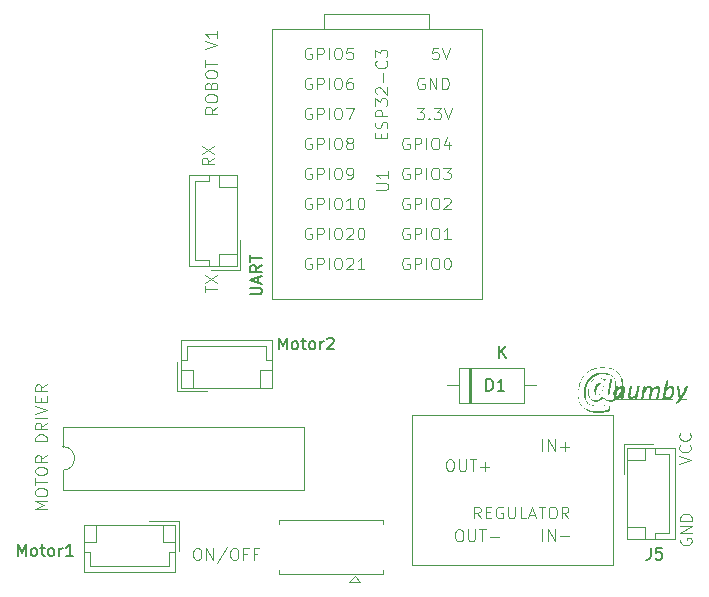
<source format=gto>
%TF.GenerationSoftware,KiCad,Pcbnew,8.0.8*%
%TF.CreationDate,2025-02-19T10:09:38+01:00*%
%TF.ProjectId,Robot,526f626f-742e-46b6-9963-61645f706362,rev?*%
%TF.SameCoordinates,Original*%
%TF.FileFunction,Legend,Top*%
%TF.FilePolarity,Positive*%
%FSLAX46Y46*%
G04 Gerber Fmt 4.6, Leading zero omitted, Abs format (unit mm)*
G04 Created by KiCad (PCBNEW 8.0.8) date 2025-02-19 10:09:38*
%MOMM*%
%LPD*%
G01*
G04 APERTURE LIST*
%ADD10C,0.100000*%
%ADD11C,0.150000*%
%ADD12C,0.000000*%
%ADD13C,0.120000*%
G04 APERTURE END LIST*
D10*
X130220038Y-148606620D02*
X130172419Y-148701858D01*
X130172419Y-148701858D02*
X130172419Y-148844715D01*
X130172419Y-148844715D02*
X130220038Y-148987572D01*
X130220038Y-148987572D02*
X130315276Y-149082810D01*
X130315276Y-149082810D02*
X130410514Y-149130429D01*
X130410514Y-149130429D02*
X130600990Y-149178048D01*
X130600990Y-149178048D02*
X130743847Y-149178048D01*
X130743847Y-149178048D02*
X130934323Y-149130429D01*
X130934323Y-149130429D02*
X131029561Y-149082810D01*
X131029561Y-149082810D02*
X131124800Y-148987572D01*
X131124800Y-148987572D02*
X131172419Y-148844715D01*
X131172419Y-148844715D02*
X131172419Y-148749477D01*
X131172419Y-148749477D02*
X131124800Y-148606620D01*
X131124800Y-148606620D02*
X131077180Y-148559001D01*
X131077180Y-148559001D02*
X130743847Y-148559001D01*
X130743847Y-148559001D02*
X130743847Y-148749477D01*
X131172419Y-148130429D02*
X130172419Y-148130429D01*
X130172419Y-148130429D02*
X131172419Y-147559001D01*
X131172419Y-147559001D02*
X130172419Y-147559001D01*
X131172419Y-147082810D02*
X130172419Y-147082810D01*
X130172419Y-147082810D02*
X130172419Y-146844715D01*
X130172419Y-146844715D02*
X130220038Y-146701858D01*
X130220038Y-146701858D02*
X130315276Y-146606620D01*
X130315276Y-146606620D02*
X130410514Y-146559001D01*
X130410514Y-146559001D02*
X130600990Y-146511382D01*
X130600990Y-146511382D02*
X130743847Y-146511382D01*
X130743847Y-146511382D02*
X130934323Y-146559001D01*
X130934323Y-146559001D02*
X131029561Y-146606620D01*
X131029561Y-146606620D02*
X131124800Y-146701858D01*
X131124800Y-146701858D02*
X131172419Y-146844715D01*
X131172419Y-146844715D02*
X131172419Y-147082810D01*
X104848609Y-114730429D02*
X104848609Y-114397096D01*
X105372419Y-114254239D02*
X105372419Y-114730429D01*
X105372419Y-114730429D02*
X104372419Y-114730429D01*
X104372419Y-114730429D02*
X104372419Y-114254239D01*
X105324800Y-113873286D02*
X105372419Y-113730429D01*
X105372419Y-113730429D02*
X105372419Y-113492334D01*
X105372419Y-113492334D02*
X105324800Y-113397096D01*
X105324800Y-113397096D02*
X105277180Y-113349477D01*
X105277180Y-113349477D02*
X105181942Y-113301858D01*
X105181942Y-113301858D02*
X105086704Y-113301858D01*
X105086704Y-113301858D02*
X104991466Y-113349477D01*
X104991466Y-113349477D02*
X104943847Y-113397096D01*
X104943847Y-113397096D02*
X104896228Y-113492334D01*
X104896228Y-113492334D02*
X104848609Y-113682810D01*
X104848609Y-113682810D02*
X104800990Y-113778048D01*
X104800990Y-113778048D02*
X104753371Y-113825667D01*
X104753371Y-113825667D02*
X104658133Y-113873286D01*
X104658133Y-113873286D02*
X104562895Y-113873286D01*
X104562895Y-113873286D02*
X104467657Y-113825667D01*
X104467657Y-113825667D02*
X104420038Y-113778048D01*
X104420038Y-113778048D02*
X104372419Y-113682810D01*
X104372419Y-113682810D02*
X104372419Y-113444715D01*
X104372419Y-113444715D02*
X104420038Y-113301858D01*
X105372419Y-112873286D02*
X104372419Y-112873286D01*
X104372419Y-112873286D02*
X104372419Y-112492334D01*
X104372419Y-112492334D02*
X104420038Y-112397096D01*
X104420038Y-112397096D02*
X104467657Y-112349477D01*
X104467657Y-112349477D02*
X104562895Y-112301858D01*
X104562895Y-112301858D02*
X104705752Y-112301858D01*
X104705752Y-112301858D02*
X104800990Y-112349477D01*
X104800990Y-112349477D02*
X104848609Y-112397096D01*
X104848609Y-112397096D02*
X104896228Y-112492334D01*
X104896228Y-112492334D02*
X104896228Y-112873286D01*
X104372419Y-111968524D02*
X104372419Y-111349477D01*
X104372419Y-111349477D02*
X104753371Y-111682810D01*
X104753371Y-111682810D02*
X104753371Y-111539953D01*
X104753371Y-111539953D02*
X104800990Y-111444715D01*
X104800990Y-111444715D02*
X104848609Y-111397096D01*
X104848609Y-111397096D02*
X104943847Y-111349477D01*
X104943847Y-111349477D02*
X105181942Y-111349477D01*
X105181942Y-111349477D02*
X105277180Y-111397096D01*
X105277180Y-111397096D02*
X105324800Y-111444715D01*
X105324800Y-111444715D02*
X105372419Y-111539953D01*
X105372419Y-111539953D02*
X105372419Y-111825667D01*
X105372419Y-111825667D02*
X105324800Y-111920905D01*
X105324800Y-111920905D02*
X105277180Y-111968524D01*
X104467657Y-110968524D02*
X104420038Y-110920905D01*
X104420038Y-110920905D02*
X104372419Y-110825667D01*
X104372419Y-110825667D02*
X104372419Y-110587572D01*
X104372419Y-110587572D02*
X104420038Y-110492334D01*
X104420038Y-110492334D02*
X104467657Y-110444715D01*
X104467657Y-110444715D02*
X104562895Y-110397096D01*
X104562895Y-110397096D02*
X104658133Y-110397096D01*
X104658133Y-110397096D02*
X104800990Y-110444715D01*
X104800990Y-110444715D02*
X105372419Y-111016143D01*
X105372419Y-111016143D02*
X105372419Y-110397096D01*
X104991466Y-109968524D02*
X104991466Y-109206620D01*
X105277180Y-108159001D02*
X105324800Y-108206620D01*
X105324800Y-108206620D02*
X105372419Y-108349477D01*
X105372419Y-108349477D02*
X105372419Y-108444715D01*
X105372419Y-108444715D02*
X105324800Y-108587572D01*
X105324800Y-108587572D02*
X105229561Y-108682810D01*
X105229561Y-108682810D02*
X105134323Y-108730429D01*
X105134323Y-108730429D02*
X104943847Y-108778048D01*
X104943847Y-108778048D02*
X104800990Y-108778048D01*
X104800990Y-108778048D02*
X104610514Y-108730429D01*
X104610514Y-108730429D02*
X104515276Y-108682810D01*
X104515276Y-108682810D02*
X104420038Y-108587572D01*
X104420038Y-108587572D02*
X104372419Y-108444715D01*
X104372419Y-108444715D02*
X104372419Y-108349477D01*
X104372419Y-108349477D02*
X104420038Y-108206620D01*
X104420038Y-108206620D02*
X104467657Y-108159001D01*
X104372419Y-107825667D02*
X104372419Y-107206620D01*
X104372419Y-107206620D02*
X104753371Y-107539953D01*
X104753371Y-107539953D02*
X104753371Y-107397096D01*
X104753371Y-107397096D02*
X104800990Y-107301858D01*
X104800990Y-107301858D02*
X104848609Y-107254239D01*
X104848609Y-107254239D02*
X104943847Y-107206620D01*
X104943847Y-107206620D02*
X105181942Y-107206620D01*
X105181942Y-107206620D02*
X105277180Y-107254239D01*
X105277180Y-107254239D02*
X105324800Y-107301858D01*
X105324800Y-107301858D02*
X105372419Y-107397096D01*
X105372419Y-107397096D02*
X105372419Y-107682810D01*
X105372419Y-107682810D02*
X105324800Y-107778048D01*
X105324800Y-107778048D02*
X105277180Y-107825667D01*
X89972419Y-127773286D02*
X89972419Y-127201858D01*
X90972419Y-127487572D02*
X89972419Y-127487572D01*
X89972419Y-126963762D02*
X90972419Y-126297096D01*
X89972419Y-126297096D02*
X90972419Y-126963762D01*
X90672419Y-116359001D02*
X90196228Y-116692334D01*
X90672419Y-116930429D02*
X89672419Y-116930429D01*
X89672419Y-116930429D02*
X89672419Y-116549477D01*
X89672419Y-116549477D02*
X89720038Y-116454239D01*
X89720038Y-116454239D02*
X89767657Y-116406620D01*
X89767657Y-116406620D02*
X89862895Y-116359001D01*
X89862895Y-116359001D02*
X90005752Y-116359001D01*
X90005752Y-116359001D02*
X90100990Y-116406620D01*
X90100990Y-116406620D02*
X90148609Y-116454239D01*
X90148609Y-116454239D02*
X90196228Y-116549477D01*
X90196228Y-116549477D02*
X90196228Y-116930429D01*
X89672419Y-116025667D02*
X90672419Y-115359001D01*
X89672419Y-115359001D02*
X90672419Y-116025667D01*
X89194360Y-149406733D02*
X89384836Y-149406733D01*
X89384836Y-149406733D02*
X89480074Y-149454352D01*
X89480074Y-149454352D02*
X89575312Y-149549590D01*
X89575312Y-149549590D02*
X89622931Y-149740066D01*
X89622931Y-149740066D02*
X89622931Y-150073399D01*
X89622931Y-150073399D02*
X89575312Y-150263875D01*
X89575312Y-150263875D02*
X89480074Y-150359114D01*
X89480074Y-150359114D02*
X89384836Y-150406733D01*
X89384836Y-150406733D02*
X89194360Y-150406733D01*
X89194360Y-150406733D02*
X89099122Y-150359114D01*
X89099122Y-150359114D02*
X89003884Y-150263875D01*
X89003884Y-150263875D02*
X88956265Y-150073399D01*
X88956265Y-150073399D02*
X88956265Y-149740066D01*
X88956265Y-149740066D02*
X89003884Y-149549590D01*
X89003884Y-149549590D02*
X89099122Y-149454352D01*
X89099122Y-149454352D02*
X89194360Y-149406733D01*
X90051503Y-150406733D02*
X90051503Y-149406733D01*
X90051503Y-149406733D02*
X90622931Y-150406733D01*
X90622931Y-150406733D02*
X90622931Y-149406733D01*
X91813407Y-149359114D02*
X90956265Y-150644828D01*
X92337217Y-149406733D02*
X92527693Y-149406733D01*
X92527693Y-149406733D02*
X92622931Y-149454352D01*
X92622931Y-149454352D02*
X92718169Y-149549590D01*
X92718169Y-149549590D02*
X92765788Y-149740066D01*
X92765788Y-149740066D02*
X92765788Y-150073399D01*
X92765788Y-150073399D02*
X92718169Y-150263875D01*
X92718169Y-150263875D02*
X92622931Y-150359114D01*
X92622931Y-150359114D02*
X92527693Y-150406733D01*
X92527693Y-150406733D02*
X92337217Y-150406733D01*
X92337217Y-150406733D02*
X92241979Y-150359114D01*
X92241979Y-150359114D02*
X92146741Y-150263875D01*
X92146741Y-150263875D02*
X92099122Y-150073399D01*
X92099122Y-150073399D02*
X92099122Y-149740066D01*
X92099122Y-149740066D02*
X92146741Y-149549590D01*
X92146741Y-149549590D02*
X92241979Y-149454352D01*
X92241979Y-149454352D02*
X92337217Y-149406733D01*
X93527693Y-149882923D02*
X93194360Y-149882923D01*
X93194360Y-150406733D02*
X93194360Y-149406733D01*
X93194360Y-149406733D02*
X93670550Y-149406733D01*
X94384836Y-149882923D02*
X94051503Y-149882923D01*
X94051503Y-150406733D02*
X94051503Y-149406733D01*
X94051503Y-149406733D02*
X94527693Y-149406733D01*
X130072419Y-142273286D02*
X131072419Y-141939953D01*
X131072419Y-141939953D02*
X130072419Y-141606620D01*
X130977180Y-140701858D02*
X131024800Y-140749477D01*
X131024800Y-140749477D02*
X131072419Y-140892334D01*
X131072419Y-140892334D02*
X131072419Y-140987572D01*
X131072419Y-140987572D02*
X131024800Y-141130429D01*
X131024800Y-141130429D02*
X130929561Y-141225667D01*
X130929561Y-141225667D02*
X130834323Y-141273286D01*
X130834323Y-141273286D02*
X130643847Y-141320905D01*
X130643847Y-141320905D02*
X130500990Y-141320905D01*
X130500990Y-141320905D02*
X130310514Y-141273286D01*
X130310514Y-141273286D02*
X130215276Y-141225667D01*
X130215276Y-141225667D02*
X130120038Y-141130429D01*
X130120038Y-141130429D02*
X130072419Y-140987572D01*
X130072419Y-140987572D02*
X130072419Y-140892334D01*
X130072419Y-140892334D02*
X130120038Y-140749477D01*
X130120038Y-140749477D02*
X130167657Y-140701858D01*
X130977180Y-139701858D02*
X131024800Y-139749477D01*
X131024800Y-139749477D02*
X131072419Y-139892334D01*
X131072419Y-139892334D02*
X131072419Y-139987572D01*
X131072419Y-139987572D02*
X131024800Y-140130429D01*
X131024800Y-140130429D02*
X130929561Y-140225667D01*
X130929561Y-140225667D02*
X130834323Y-140273286D01*
X130834323Y-140273286D02*
X130643847Y-140320905D01*
X130643847Y-140320905D02*
X130500990Y-140320905D01*
X130500990Y-140320905D02*
X130310514Y-140273286D01*
X130310514Y-140273286D02*
X130215276Y-140225667D01*
X130215276Y-140225667D02*
X130120038Y-140130429D01*
X130120038Y-140130429D02*
X130072419Y-139987572D01*
X130072419Y-139987572D02*
X130072419Y-139892334D01*
X130072419Y-139892334D02*
X130120038Y-139749477D01*
X130120038Y-139749477D02*
X130167657Y-139701858D01*
X90972419Y-112059001D02*
X90496228Y-112392334D01*
X90972419Y-112630429D02*
X89972419Y-112630429D01*
X89972419Y-112630429D02*
X89972419Y-112249477D01*
X89972419Y-112249477D02*
X90020038Y-112154239D01*
X90020038Y-112154239D02*
X90067657Y-112106620D01*
X90067657Y-112106620D02*
X90162895Y-112059001D01*
X90162895Y-112059001D02*
X90305752Y-112059001D01*
X90305752Y-112059001D02*
X90400990Y-112106620D01*
X90400990Y-112106620D02*
X90448609Y-112154239D01*
X90448609Y-112154239D02*
X90496228Y-112249477D01*
X90496228Y-112249477D02*
X90496228Y-112630429D01*
X89972419Y-111439953D02*
X89972419Y-111249477D01*
X89972419Y-111249477D02*
X90020038Y-111154239D01*
X90020038Y-111154239D02*
X90115276Y-111059001D01*
X90115276Y-111059001D02*
X90305752Y-111011382D01*
X90305752Y-111011382D02*
X90639085Y-111011382D01*
X90639085Y-111011382D02*
X90829561Y-111059001D01*
X90829561Y-111059001D02*
X90924800Y-111154239D01*
X90924800Y-111154239D02*
X90972419Y-111249477D01*
X90972419Y-111249477D02*
X90972419Y-111439953D01*
X90972419Y-111439953D02*
X90924800Y-111535191D01*
X90924800Y-111535191D02*
X90829561Y-111630429D01*
X90829561Y-111630429D02*
X90639085Y-111678048D01*
X90639085Y-111678048D02*
X90305752Y-111678048D01*
X90305752Y-111678048D02*
X90115276Y-111630429D01*
X90115276Y-111630429D02*
X90020038Y-111535191D01*
X90020038Y-111535191D02*
X89972419Y-111439953D01*
X90448609Y-110249477D02*
X90496228Y-110106620D01*
X90496228Y-110106620D02*
X90543847Y-110059001D01*
X90543847Y-110059001D02*
X90639085Y-110011382D01*
X90639085Y-110011382D02*
X90781942Y-110011382D01*
X90781942Y-110011382D02*
X90877180Y-110059001D01*
X90877180Y-110059001D02*
X90924800Y-110106620D01*
X90924800Y-110106620D02*
X90972419Y-110201858D01*
X90972419Y-110201858D02*
X90972419Y-110582810D01*
X90972419Y-110582810D02*
X89972419Y-110582810D01*
X89972419Y-110582810D02*
X89972419Y-110249477D01*
X89972419Y-110249477D02*
X90020038Y-110154239D01*
X90020038Y-110154239D02*
X90067657Y-110106620D01*
X90067657Y-110106620D02*
X90162895Y-110059001D01*
X90162895Y-110059001D02*
X90258133Y-110059001D01*
X90258133Y-110059001D02*
X90353371Y-110106620D01*
X90353371Y-110106620D02*
X90400990Y-110154239D01*
X90400990Y-110154239D02*
X90448609Y-110249477D01*
X90448609Y-110249477D02*
X90448609Y-110582810D01*
X89972419Y-109392334D02*
X89972419Y-109201858D01*
X89972419Y-109201858D02*
X90020038Y-109106620D01*
X90020038Y-109106620D02*
X90115276Y-109011382D01*
X90115276Y-109011382D02*
X90305752Y-108963763D01*
X90305752Y-108963763D02*
X90639085Y-108963763D01*
X90639085Y-108963763D02*
X90829561Y-109011382D01*
X90829561Y-109011382D02*
X90924800Y-109106620D01*
X90924800Y-109106620D02*
X90972419Y-109201858D01*
X90972419Y-109201858D02*
X90972419Y-109392334D01*
X90972419Y-109392334D02*
X90924800Y-109487572D01*
X90924800Y-109487572D02*
X90829561Y-109582810D01*
X90829561Y-109582810D02*
X90639085Y-109630429D01*
X90639085Y-109630429D02*
X90305752Y-109630429D01*
X90305752Y-109630429D02*
X90115276Y-109582810D01*
X90115276Y-109582810D02*
X90020038Y-109487572D01*
X90020038Y-109487572D02*
X89972419Y-109392334D01*
X89972419Y-108678048D02*
X89972419Y-108106620D01*
X90972419Y-108392334D02*
X89972419Y-108392334D01*
X89972419Y-107154238D02*
X90972419Y-106820905D01*
X90972419Y-106820905D02*
X89972419Y-106487572D01*
X90972419Y-105630429D02*
X90972419Y-106201857D01*
X90972419Y-105916143D02*
X89972419Y-105916143D01*
X89972419Y-105916143D02*
X90115276Y-106011381D01*
X90115276Y-106011381D02*
X90210514Y-106106619D01*
X90210514Y-106106619D02*
X90258133Y-106201857D01*
X113275312Y-146906733D02*
X112941979Y-146430542D01*
X112703884Y-146906733D02*
X112703884Y-145906733D01*
X112703884Y-145906733D02*
X113084836Y-145906733D01*
X113084836Y-145906733D02*
X113180074Y-145954352D01*
X113180074Y-145954352D02*
X113227693Y-146001971D01*
X113227693Y-146001971D02*
X113275312Y-146097209D01*
X113275312Y-146097209D02*
X113275312Y-146240066D01*
X113275312Y-146240066D02*
X113227693Y-146335304D01*
X113227693Y-146335304D02*
X113180074Y-146382923D01*
X113180074Y-146382923D02*
X113084836Y-146430542D01*
X113084836Y-146430542D02*
X112703884Y-146430542D01*
X113703884Y-146382923D02*
X114037217Y-146382923D01*
X114180074Y-146906733D02*
X113703884Y-146906733D01*
X113703884Y-146906733D02*
X113703884Y-145906733D01*
X113703884Y-145906733D02*
X114180074Y-145906733D01*
X115132455Y-145954352D02*
X115037217Y-145906733D01*
X115037217Y-145906733D02*
X114894360Y-145906733D01*
X114894360Y-145906733D02*
X114751503Y-145954352D01*
X114751503Y-145954352D02*
X114656265Y-146049590D01*
X114656265Y-146049590D02*
X114608646Y-146144828D01*
X114608646Y-146144828D02*
X114561027Y-146335304D01*
X114561027Y-146335304D02*
X114561027Y-146478161D01*
X114561027Y-146478161D02*
X114608646Y-146668637D01*
X114608646Y-146668637D02*
X114656265Y-146763875D01*
X114656265Y-146763875D02*
X114751503Y-146859114D01*
X114751503Y-146859114D02*
X114894360Y-146906733D01*
X114894360Y-146906733D02*
X114989598Y-146906733D01*
X114989598Y-146906733D02*
X115132455Y-146859114D01*
X115132455Y-146859114D02*
X115180074Y-146811494D01*
X115180074Y-146811494D02*
X115180074Y-146478161D01*
X115180074Y-146478161D02*
X114989598Y-146478161D01*
X115608646Y-145906733D02*
X115608646Y-146716256D01*
X115608646Y-146716256D02*
X115656265Y-146811494D01*
X115656265Y-146811494D02*
X115703884Y-146859114D01*
X115703884Y-146859114D02*
X115799122Y-146906733D01*
X115799122Y-146906733D02*
X115989598Y-146906733D01*
X115989598Y-146906733D02*
X116084836Y-146859114D01*
X116084836Y-146859114D02*
X116132455Y-146811494D01*
X116132455Y-146811494D02*
X116180074Y-146716256D01*
X116180074Y-146716256D02*
X116180074Y-145906733D01*
X117132455Y-146906733D02*
X116656265Y-146906733D01*
X116656265Y-146906733D02*
X116656265Y-145906733D01*
X117418170Y-146621018D02*
X117894360Y-146621018D01*
X117322932Y-146906733D02*
X117656265Y-145906733D01*
X117656265Y-145906733D02*
X117989598Y-146906733D01*
X118180075Y-145906733D02*
X118751503Y-145906733D01*
X118465789Y-146906733D02*
X118465789Y-145906733D01*
X119275313Y-145906733D02*
X119465789Y-145906733D01*
X119465789Y-145906733D02*
X119561027Y-145954352D01*
X119561027Y-145954352D02*
X119656265Y-146049590D01*
X119656265Y-146049590D02*
X119703884Y-146240066D01*
X119703884Y-146240066D02*
X119703884Y-146573399D01*
X119703884Y-146573399D02*
X119656265Y-146763875D01*
X119656265Y-146763875D02*
X119561027Y-146859114D01*
X119561027Y-146859114D02*
X119465789Y-146906733D01*
X119465789Y-146906733D02*
X119275313Y-146906733D01*
X119275313Y-146906733D02*
X119180075Y-146859114D01*
X119180075Y-146859114D02*
X119084837Y-146763875D01*
X119084837Y-146763875D02*
X119037218Y-146573399D01*
X119037218Y-146573399D02*
X119037218Y-146240066D01*
X119037218Y-146240066D02*
X119084837Y-146049590D01*
X119084837Y-146049590D02*
X119180075Y-145954352D01*
X119180075Y-145954352D02*
X119275313Y-145906733D01*
X120703884Y-146906733D02*
X120370551Y-146430542D01*
X120132456Y-146906733D02*
X120132456Y-145906733D01*
X120132456Y-145906733D02*
X120513408Y-145906733D01*
X120513408Y-145906733D02*
X120608646Y-145954352D01*
X120608646Y-145954352D02*
X120656265Y-146001971D01*
X120656265Y-146001971D02*
X120703884Y-146097209D01*
X120703884Y-146097209D02*
X120703884Y-146240066D01*
X120703884Y-146240066D02*
X120656265Y-146335304D01*
X120656265Y-146335304D02*
X120608646Y-146382923D01*
X120608646Y-146382923D02*
X120513408Y-146430542D01*
X120513408Y-146430542D02*
X120132456Y-146430542D01*
X76572419Y-146130429D02*
X75572419Y-146130429D01*
X75572419Y-146130429D02*
X76286704Y-145797096D01*
X76286704Y-145797096D02*
X75572419Y-145463763D01*
X75572419Y-145463763D02*
X76572419Y-145463763D01*
X75572419Y-144797096D02*
X75572419Y-144606620D01*
X75572419Y-144606620D02*
X75620038Y-144511382D01*
X75620038Y-144511382D02*
X75715276Y-144416144D01*
X75715276Y-144416144D02*
X75905752Y-144368525D01*
X75905752Y-144368525D02*
X76239085Y-144368525D01*
X76239085Y-144368525D02*
X76429561Y-144416144D01*
X76429561Y-144416144D02*
X76524800Y-144511382D01*
X76524800Y-144511382D02*
X76572419Y-144606620D01*
X76572419Y-144606620D02*
X76572419Y-144797096D01*
X76572419Y-144797096D02*
X76524800Y-144892334D01*
X76524800Y-144892334D02*
X76429561Y-144987572D01*
X76429561Y-144987572D02*
X76239085Y-145035191D01*
X76239085Y-145035191D02*
X75905752Y-145035191D01*
X75905752Y-145035191D02*
X75715276Y-144987572D01*
X75715276Y-144987572D02*
X75620038Y-144892334D01*
X75620038Y-144892334D02*
X75572419Y-144797096D01*
X75572419Y-144082810D02*
X75572419Y-143511382D01*
X76572419Y-143797096D02*
X75572419Y-143797096D01*
X75572419Y-142987572D02*
X75572419Y-142797096D01*
X75572419Y-142797096D02*
X75620038Y-142701858D01*
X75620038Y-142701858D02*
X75715276Y-142606620D01*
X75715276Y-142606620D02*
X75905752Y-142559001D01*
X75905752Y-142559001D02*
X76239085Y-142559001D01*
X76239085Y-142559001D02*
X76429561Y-142606620D01*
X76429561Y-142606620D02*
X76524800Y-142701858D01*
X76524800Y-142701858D02*
X76572419Y-142797096D01*
X76572419Y-142797096D02*
X76572419Y-142987572D01*
X76572419Y-142987572D02*
X76524800Y-143082810D01*
X76524800Y-143082810D02*
X76429561Y-143178048D01*
X76429561Y-143178048D02*
X76239085Y-143225667D01*
X76239085Y-143225667D02*
X75905752Y-143225667D01*
X75905752Y-143225667D02*
X75715276Y-143178048D01*
X75715276Y-143178048D02*
X75620038Y-143082810D01*
X75620038Y-143082810D02*
X75572419Y-142987572D01*
X76572419Y-141559001D02*
X76096228Y-141892334D01*
X76572419Y-142130429D02*
X75572419Y-142130429D01*
X75572419Y-142130429D02*
X75572419Y-141749477D01*
X75572419Y-141749477D02*
X75620038Y-141654239D01*
X75620038Y-141654239D02*
X75667657Y-141606620D01*
X75667657Y-141606620D02*
X75762895Y-141559001D01*
X75762895Y-141559001D02*
X75905752Y-141559001D01*
X75905752Y-141559001D02*
X76000990Y-141606620D01*
X76000990Y-141606620D02*
X76048609Y-141654239D01*
X76048609Y-141654239D02*
X76096228Y-141749477D01*
X76096228Y-141749477D02*
X76096228Y-142130429D01*
X76572419Y-140368524D02*
X75572419Y-140368524D01*
X75572419Y-140368524D02*
X75572419Y-140130429D01*
X75572419Y-140130429D02*
X75620038Y-139987572D01*
X75620038Y-139987572D02*
X75715276Y-139892334D01*
X75715276Y-139892334D02*
X75810514Y-139844715D01*
X75810514Y-139844715D02*
X76000990Y-139797096D01*
X76000990Y-139797096D02*
X76143847Y-139797096D01*
X76143847Y-139797096D02*
X76334323Y-139844715D01*
X76334323Y-139844715D02*
X76429561Y-139892334D01*
X76429561Y-139892334D02*
X76524800Y-139987572D01*
X76524800Y-139987572D02*
X76572419Y-140130429D01*
X76572419Y-140130429D02*
X76572419Y-140368524D01*
X76572419Y-138797096D02*
X76096228Y-139130429D01*
X76572419Y-139368524D02*
X75572419Y-139368524D01*
X75572419Y-139368524D02*
X75572419Y-138987572D01*
X75572419Y-138987572D02*
X75620038Y-138892334D01*
X75620038Y-138892334D02*
X75667657Y-138844715D01*
X75667657Y-138844715D02*
X75762895Y-138797096D01*
X75762895Y-138797096D02*
X75905752Y-138797096D01*
X75905752Y-138797096D02*
X76000990Y-138844715D01*
X76000990Y-138844715D02*
X76048609Y-138892334D01*
X76048609Y-138892334D02*
X76096228Y-138987572D01*
X76096228Y-138987572D02*
X76096228Y-139368524D01*
X76572419Y-138368524D02*
X75572419Y-138368524D01*
X75572419Y-138035191D02*
X76572419Y-137701858D01*
X76572419Y-137701858D02*
X75572419Y-137368525D01*
X76048609Y-137035191D02*
X76048609Y-136701858D01*
X76572419Y-136559001D02*
X76572419Y-137035191D01*
X76572419Y-137035191D02*
X75572419Y-137035191D01*
X75572419Y-137035191D02*
X75572419Y-136559001D01*
X76572419Y-135559001D02*
X76096228Y-135892334D01*
X76572419Y-136130429D02*
X75572419Y-136130429D01*
X75572419Y-136130429D02*
X75572419Y-135749477D01*
X75572419Y-135749477D02*
X75620038Y-135654239D01*
X75620038Y-135654239D02*
X75667657Y-135606620D01*
X75667657Y-135606620D02*
X75762895Y-135559001D01*
X75762895Y-135559001D02*
X75905752Y-135559001D01*
X75905752Y-135559001D02*
X76000990Y-135606620D01*
X76000990Y-135606620D02*
X76048609Y-135654239D01*
X76048609Y-135654239D02*
X76096228Y-135749477D01*
X76096228Y-135749477D02*
X76096228Y-136130429D01*
D11*
X96190476Y-132589133D02*
X96190476Y-131589133D01*
X96190476Y-131589133D02*
X96523809Y-132303418D01*
X96523809Y-132303418D02*
X96857142Y-131589133D01*
X96857142Y-131589133D02*
X96857142Y-132589133D01*
X97476190Y-132589133D02*
X97380952Y-132541514D01*
X97380952Y-132541514D02*
X97333333Y-132493894D01*
X97333333Y-132493894D02*
X97285714Y-132398656D01*
X97285714Y-132398656D02*
X97285714Y-132112942D01*
X97285714Y-132112942D02*
X97333333Y-132017704D01*
X97333333Y-132017704D02*
X97380952Y-131970085D01*
X97380952Y-131970085D02*
X97476190Y-131922466D01*
X97476190Y-131922466D02*
X97619047Y-131922466D01*
X97619047Y-131922466D02*
X97714285Y-131970085D01*
X97714285Y-131970085D02*
X97761904Y-132017704D01*
X97761904Y-132017704D02*
X97809523Y-132112942D01*
X97809523Y-132112942D02*
X97809523Y-132398656D01*
X97809523Y-132398656D02*
X97761904Y-132493894D01*
X97761904Y-132493894D02*
X97714285Y-132541514D01*
X97714285Y-132541514D02*
X97619047Y-132589133D01*
X97619047Y-132589133D02*
X97476190Y-132589133D01*
X98095238Y-131922466D02*
X98476190Y-131922466D01*
X98238095Y-131589133D02*
X98238095Y-132446275D01*
X98238095Y-132446275D02*
X98285714Y-132541514D01*
X98285714Y-132541514D02*
X98380952Y-132589133D01*
X98380952Y-132589133D02*
X98476190Y-132589133D01*
X98952381Y-132589133D02*
X98857143Y-132541514D01*
X98857143Y-132541514D02*
X98809524Y-132493894D01*
X98809524Y-132493894D02*
X98761905Y-132398656D01*
X98761905Y-132398656D02*
X98761905Y-132112942D01*
X98761905Y-132112942D02*
X98809524Y-132017704D01*
X98809524Y-132017704D02*
X98857143Y-131970085D01*
X98857143Y-131970085D02*
X98952381Y-131922466D01*
X98952381Y-131922466D02*
X99095238Y-131922466D01*
X99095238Y-131922466D02*
X99190476Y-131970085D01*
X99190476Y-131970085D02*
X99238095Y-132017704D01*
X99238095Y-132017704D02*
X99285714Y-132112942D01*
X99285714Y-132112942D02*
X99285714Y-132398656D01*
X99285714Y-132398656D02*
X99238095Y-132493894D01*
X99238095Y-132493894D02*
X99190476Y-132541514D01*
X99190476Y-132541514D02*
X99095238Y-132589133D01*
X99095238Y-132589133D02*
X98952381Y-132589133D01*
X99714286Y-132589133D02*
X99714286Y-131922466D01*
X99714286Y-132112942D02*
X99761905Y-132017704D01*
X99761905Y-132017704D02*
X99809524Y-131970085D01*
X99809524Y-131970085D02*
X99904762Y-131922466D01*
X99904762Y-131922466D02*
X100000000Y-131922466D01*
X100285715Y-131684371D02*
X100333334Y-131636752D01*
X100333334Y-131636752D02*
X100428572Y-131589133D01*
X100428572Y-131589133D02*
X100666667Y-131589133D01*
X100666667Y-131589133D02*
X100761905Y-131636752D01*
X100761905Y-131636752D02*
X100809524Y-131684371D01*
X100809524Y-131684371D02*
X100857143Y-131779609D01*
X100857143Y-131779609D02*
X100857143Y-131874847D01*
X100857143Y-131874847D02*
X100809524Y-132017704D01*
X100809524Y-132017704D02*
X100238096Y-132589133D01*
X100238096Y-132589133D02*
X100857143Y-132589133D01*
D10*
X104457419Y-119096218D02*
X105266942Y-119096218D01*
X105266942Y-119096218D02*
X105362180Y-119048599D01*
X105362180Y-119048599D02*
X105409800Y-119000980D01*
X105409800Y-119000980D02*
X105457419Y-118905742D01*
X105457419Y-118905742D02*
X105457419Y-118715266D01*
X105457419Y-118715266D02*
X105409800Y-118620028D01*
X105409800Y-118620028D02*
X105362180Y-118572409D01*
X105362180Y-118572409D02*
X105266942Y-118524790D01*
X105266942Y-118524790D02*
X104457419Y-118524790D01*
X105457419Y-117524790D02*
X105457419Y-118096218D01*
X105457419Y-117810504D02*
X104457419Y-117810504D01*
X104457419Y-117810504D02*
X104600276Y-117905742D01*
X104600276Y-117905742D02*
X104695514Y-118000980D01*
X104695514Y-118000980D02*
X104743133Y-118096218D01*
X109705074Y-107041733D02*
X109228884Y-107041733D01*
X109228884Y-107041733D02*
X109181265Y-107517923D01*
X109181265Y-107517923D02*
X109228884Y-107470304D01*
X109228884Y-107470304D02*
X109324122Y-107422685D01*
X109324122Y-107422685D02*
X109562217Y-107422685D01*
X109562217Y-107422685D02*
X109657455Y-107470304D01*
X109657455Y-107470304D02*
X109705074Y-107517923D01*
X109705074Y-107517923D02*
X109752693Y-107613161D01*
X109752693Y-107613161D02*
X109752693Y-107851256D01*
X109752693Y-107851256D02*
X109705074Y-107946494D01*
X109705074Y-107946494D02*
X109657455Y-107994114D01*
X109657455Y-107994114D02*
X109562217Y-108041733D01*
X109562217Y-108041733D02*
X109324122Y-108041733D01*
X109324122Y-108041733D02*
X109228884Y-107994114D01*
X109228884Y-107994114D02*
X109181265Y-107946494D01*
X110038408Y-107041733D02*
X110371741Y-108041733D01*
X110371741Y-108041733D02*
X110705074Y-107041733D01*
X98957693Y-119789352D02*
X98862455Y-119741733D01*
X98862455Y-119741733D02*
X98719598Y-119741733D01*
X98719598Y-119741733D02*
X98576741Y-119789352D01*
X98576741Y-119789352D02*
X98481503Y-119884590D01*
X98481503Y-119884590D02*
X98433884Y-119979828D01*
X98433884Y-119979828D02*
X98386265Y-120170304D01*
X98386265Y-120170304D02*
X98386265Y-120313161D01*
X98386265Y-120313161D02*
X98433884Y-120503637D01*
X98433884Y-120503637D02*
X98481503Y-120598875D01*
X98481503Y-120598875D02*
X98576741Y-120694114D01*
X98576741Y-120694114D02*
X98719598Y-120741733D01*
X98719598Y-120741733D02*
X98814836Y-120741733D01*
X98814836Y-120741733D02*
X98957693Y-120694114D01*
X98957693Y-120694114D02*
X99005312Y-120646494D01*
X99005312Y-120646494D02*
X99005312Y-120313161D01*
X99005312Y-120313161D02*
X98814836Y-120313161D01*
X99433884Y-120741733D02*
X99433884Y-119741733D01*
X99433884Y-119741733D02*
X99814836Y-119741733D01*
X99814836Y-119741733D02*
X99910074Y-119789352D01*
X99910074Y-119789352D02*
X99957693Y-119836971D01*
X99957693Y-119836971D02*
X100005312Y-119932209D01*
X100005312Y-119932209D02*
X100005312Y-120075066D01*
X100005312Y-120075066D02*
X99957693Y-120170304D01*
X99957693Y-120170304D02*
X99910074Y-120217923D01*
X99910074Y-120217923D02*
X99814836Y-120265542D01*
X99814836Y-120265542D02*
X99433884Y-120265542D01*
X100433884Y-120741733D02*
X100433884Y-119741733D01*
X101100550Y-119741733D02*
X101291026Y-119741733D01*
X101291026Y-119741733D02*
X101386264Y-119789352D01*
X101386264Y-119789352D02*
X101481502Y-119884590D01*
X101481502Y-119884590D02*
X101529121Y-120075066D01*
X101529121Y-120075066D02*
X101529121Y-120408399D01*
X101529121Y-120408399D02*
X101481502Y-120598875D01*
X101481502Y-120598875D02*
X101386264Y-120694114D01*
X101386264Y-120694114D02*
X101291026Y-120741733D01*
X101291026Y-120741733D02*
X101100550Y-120741733D01*
X101100550Y-120741733D02*
X101005312Y-120694114D01*
X101005312Y-120694114D02*
X100910074Y-120598875D01*
X100910074Y-120598875D02*
X100862455Y-120408399D01*
X100862455Y-120408399D02*
X100862455Y-120075066D01*
X100862455Y-120075066D02*
X100910074Y-119884590D01*
X100910074Y-119884590D02*
X101005312Y-119789352D01*
X101005312Y-119789352D02*
X101100550Y-119741733D01*
X102481502Y-120741733D02*
X101910074Y-120741733D01*
X102195788Y-120741733D02*
X102195788Y-119741733D01*
X102195788Y-119741733D02*
X102100550Y-119884590D01*
X102100550Y-119884590D02*
X102005312Y-119979828D01*
X102005312Y-119979828D02*
X101910074Y-120027447D01*
X103100550Y-119741733D02*
X103195788Y-119741733D01*
X103195788Y-119741733D02*
X103291026Y-119789352D01*
X103291026Y-119789352D02*
X103338645Y-119836971D01*
X103338645Y-119836971D02*
X103386264Y-119932209D01*
X103386264Y-119932209D02*
X103433883Y-120122685D01*
X103433883Y-120122685D02*
X103433883Y-120360780D01*
X103433883Y-120360780D02*
X103386264Y-120551256D01*
X103386264Y-120551256D02*
X103338645Y-120646494D01*
X103338645Y-120646494D02*
X103291026Y-120694114D01*
X103291026Y-120694114D02*
X103195788Y-120741733D01*
X103195788Y-120741733D02*
X103100550Y-120741733D01*
X103100550Y-120741733D02*
X103005312Y-120694114D01*
X103005312Y-120694114D02*
X102957693Y-120646494D01*
X102957693Y-120646494D02*
X102910074Y-120551256D01*
X102910074Y-120551256D02*
X102862455Y-120360780D01*
X102862455Y-120360780D02*
X102862455Y-120122685D01*
X102862455Y-120122685D02*
X102910074Y-119932209D01*
X102910074Y-119932209D02*
X102957693Y-119836971D01*
X102957693Y-119836971D02*
X103005312Y-119789352D01*
X103005312Y-119789352D02*
X103100550Y-119741733D01*
X107212693Y-122329352D02*
X107117455Y-122281733D01*
X107117455Y-122281733D02*
X106974598Y-122281733D01*
X106974598Y-122281733D02*
X106831741Y-122329352D01*
X106831741Y-122329352D02*
X106736503Y-122424590D01*
X106736503Y-122424590D02*
X106688884Y-122519828D01*
X106688884Y-122519828D02*
X106641265Y-122710304D01*
X106641265Y-122710304D02*
X106641265Y-122853161D01*
X106641265Y-122853161D02*
X106688884Y-123043637D01*
X106688884Y-123043637D02*
X106736503Y-123138875D01*
X106736503Y-123138875D02*
X106831741Y-123234114D01*
X106831741Y-123234114D02*
X106974598Y-123281733D01*
X106974598Y-123281733D02*
X107069836Y-123281733D01*
X107069836Y-123281733D02*
X107212693Y-123234114D01*
X107212693Y-123234114D02*
X107260312Y-123186494D01*
X107260312Y-123186494D02*
X107260312Y-122853161D01*
X107260312Y-122853161D02*
X107069836Y-122853161D01*
X107688884Y-123281733D02*
X107688884Y-122281733D01*
X107688884Y-122281733D02*
X108069836Y-122281733D01*
X108069836Y-122281733D02*
X108165074Y-122329352D01*
X108165074Y-122329352D02*
X108212693Y-122376971D01*
X108212693Y-122376971D02*
X108260312Y-122472209D01*
X108260312Y-122472209D02*
X108260312Y-122615066D01*
X108260312Y-122615066D02*
X108212693Y-122710304D01*
X108212693Y-122710304D02*
X108165074Y-122757923D01*
X108165074Y-122757923D02*
X108069836Y-122805542D01*
X108069836Y-122805542D02*
X107688884Y-122805542D01*
X108688884Y-123281733D02*
X108688884Y-122281733D01*
X109355550Y-122281733D02*
X109546026Y-122281733D01*
X109546026Y-122281733D02*
X109641264Y-122329352D01*
X109641264Y-122329352D02*
X109736502Y-122424590D01*
X109736502Y-122424590D02*
X109784121Y-122615066D01*
X109784121Y-122615066D02*
X109784121Y-122948399D01*
X109784121Y-122948399D02*
X109736502Y-123138875D01*
X109736502Y-123138875D02*
X109641264Y-123234114D01*
X109641264Y-123234114D02*
X109546026Y-123281733D01*
X109546026Y-123281733D02*
X109355550Y-123281733D01*
X109355550Y-123281733D02*
X109260312Y-123234114D01*
X109260312Y-123234114D02*
X109165074Y-123138875D01*
X109165074Y-123138875D02*
X109117455Y-122948399D01*
X109117455Y-122948399D02*
X109117455Y-122615066D01*
X109117455Y-122615066D02*
X109165074Y-122424590D01*
X109165074Y-122424590D02*
X109260312Y-122329352D01*
X109260312Y-122329352D02*
X109355550Y-122281733D01*
X110736502Y-123281733D02*
X110165074Y-123281733D01*
X110450788Y-123281733D02*
X110450788Y-122281733D01*
X110450788Y-122281733D02*
X110355550Y-122424590D01*
X110355550Y-122424590D02*
X110260312Y-122519828D01*
X110260312Y-122519828D02*
X110165074Y-122567447D01*
X98957693Y-109629352D02*
X98862455Y-109581733D01*
X98862455Y-109581733D02*
X98719598Y-109581733D01*
X98719598Y-109581733D02*
X98576741Y-109629352D01*
X98576741Y-109629352D02*
X98481503Y-109724590D01*
X98481503Y-109724590D02*
X98433884Y-109819828D01*
X98433884Y-109819828D02*
X98386265Y-110010304D01*
X98386265Y-110010304D02*
X98386265Y-110153161D01*
X98386265Y-110153161D02*
X98433884Y-110343637D01*
X98433884Y-110343637D02*
X98481503Y-110438875D01*
X98481503Y-110438875D02*
X98576741Y-110534114D01*
X98576741Y-110534114D02*
X98719598Y-110581733D01*
X98719598Y-110581733D02*
X98814836Y-110581733D01*
X98814836Y-110581733D02*
X98957693Y-110534114D01*
X98957693Y-110534114D02*
X99005312Y-110486494D01*
X99005312Y-110486494D02*
X99005312Y-110153161D01*
X99005312Y-110153161D02*
X98814836Y-110153161D01*
X99433884Y-110581733D02*
X99433884Y-109581733D01*
X99433884Y-109581733D02*
X99814836Y-109581733D01*
X99814836Y-109581733D02*
X99910074Y-109629352D01*
X99910074Y-109629352D02*
X99957693Y-109676971D01*
X99957693Y-109676971D02*
X100005312Y-109772209D01*
X100005312Y-109772209D02*
X100005312Y-109915066D01*
X100005312Y-109915066D02*
X99957693Y-110010304D01*
X99957693Y-110010304D02*
X99910074Y-110057923D01*
X99910074Y-110057923D02*
X99814836Y-110105542D01*
X99814836Y-110105542D02*
X99433884Y-110105542D01*
X100433884Y-110581733D02*
X100433884Y-109581733D01*
X101100550Y-109581733D02*
X101291026Y-109581733D01*
X101291026Y-109581733D02*
X101386264Y-109629352D01*
X101386264Y-109629352D02*
X101481502Y-109724590D01*
X101481502Y-109724590D02*
X101529121Y-109915066D01*
X101529121Y-109915066D02*
X101529121Y-110248399D01*
X101529121Y-110248399D02*
X101481502Y-110438875D01*
X101481502Y-110438875D02*
X101386264Y-110534114D01*
X101386264Y-110534114D02*
X101291026Y-110581733D01*
X101291026Y-110581733D02*
X101100550Y-110581733D01*
X101100550Y-110581733D02*
X101005312Y-110534114D01*
X101005312Y-110534114D02*
X100910074Y-110438875D01*
X100910074Y-110438875D02*
X100862455Y-110248399D01*
X100862455Y-110248399D02*
X100862455Y-109915066D01*
X100862455Y-109915066D02*
X100910074Y-109724590D01*
X100910074Y-109724590D02*
X101005312Y-109629352D01*
X101005312Y-109629352D02*
X101100550Y-109581733D01*
X102386264Y-109581733D02*
X102195788Y-109581733D01*
X102195788Y-109581733D02*
X102100550Y-109629352D01*
X102100550Y-109629352D02*
X102052931Y-109676971D01*
X102052931Y-109676971D02*
X101957693Y-109819828D01*
X101957693Y-109819828D02*
X101910074Y-110010304D01*
X101910074Y-110010304D02*
X101910074Y-110391256D01*
X101910074Y-110391256D02*
X101957693Y-110486494D01*
X101957693Y-110486494D02*
X102005312Y-110534114D01*
X102005312Y-110534114D02*
X102100550Y-110581733D01*
X102100550Y-110581733D02*
X102291026Y-110581733D01*
X102291026Y-110581733D02*
X102386264Y-110534114D01*
X102386264Y-110534114D02*
X102433883Y-110486494D01*
X102433883Y-110486494D02*
X102481502Y-110391256D01*
X102481502Y-110391256D02*
X102481502Y-110153161D01*
X102481502Y-110153161D02*
X102433883Y-110057923D01*
X102433883Y-110057923D02*
X102386264Y-110010304D01*
X102386264Y-110010304D02*
X102291026Y-109962685D01*
X102291026Y-109962685D02*
X102100550Y-109962685D01*
X102100550Y-109962685D02*
X102005312Y-110010304D01*
X102005312Y-110010304D02*
X101957693Y-110057923D01*
X101957693Y-110057923D02*
X101910074Y-110153161D01*
X98957693Y-107089352D02*
X98862455Y-107041733D01*
X98862455Y-107041733D02*
X98719598Y-107041733D01*
X98719598Y-107041733D02*
X98576741Y-107089352D01*
X98576741Y-107089352D02*
X98481503Y-107184590D01*
X98481503Y-107184590D02*
X98433884Y-107279828D01*
X98433884Y-107279828D02*
X98386265Y-107470304D01*
X98386265Y-107470304D02*
X98386265Y-107613161D01*
X98386265Y-107613161D02*
X98433884Y-107803637D01*
X98433884Y-107803637D02*
X98481503Y-107898875D01*
X98481503Y-107898875D02*
X98576741Y-107994114D01*
X98576741Y-107994114D02*
X98719598Y-108041733D01*
X98719598Y-108041733D02*
X98814836Y-108041733D01*
X98814836Y-108041733D02*
X98957693Y-107994114D01*
X98957693Y-107994114D02*
X99005312Y-107946494D01*
X99005312Y-107946494D02*
X99005312Y-107613161D01*
X99005312Y-107613161D02*
X98814836Y-107613161D01*
X99433884Y-108041733D02*
X99433884Y-107041733D01*
X99433884Y-107041733D02*
X99814836Y-107041733D01*
X99814836Y-107041733D02*
X99910074Y-107089352D01*
X99910074Y-107089352D02*
X99957693Y-107136971D01*
X99957693Y-107136971D02*
X100005312Y-107232209D01*
X100005312Y-107232209D02*
X100005312Y-107375066D01*
X100005312Y-107375066D02*
X99957693Y-107470304D01*
X99957693Y-107470304D02*
X99910074Y-107517923D01*
X99910074Y-107517923D02*
X99814836Y-107565542D01*
X99814836Y-107565542D02*
X99433884Y-107565542D01*
X100433884Y-108041733D02*
X100433884Y-107041733D01*
X101100550Y-107041733D02*
X101291026Y-107041733D01*
X101291026Y-107041733D02*
X101386264Y-107089352D01*
X101386264Y-107089352D02*
X101481502Y-107184590D01*
X101481502Y-107184590D02*
X101529121Y-107375066D01*
X101529121Y-107375066D02*
X101529121Y-107708399D01*
X101529121Y-107708399D02*
X101481502Y-107898875D01*
X101481502Y-107898875D02*
X101386264Y-107994114D01*
X101386264Y-107994114D02*
X101291026Y-108041733D01*
X101291026Y-108041733D02*
X101100550Y-108041733D01*
X101100550Y-108041733D02*
X101005312Y-107994114D01*
X101005312Y-107994114D02*
X100910074Y-107898875D01*
X100910074Y-107898875D02*
X100862455Y-107708399D01*
X100862455Y-107708399D02*
X100862455Y-107375066D01*
X100862455Y-107375066D02*
X100910074Y-107184590D01*
X100910074Y-107184590D02*
X101005312Y-107089352D01*
X101005312Y-107089352D02*
X101100550Y-107041733D01*
X102433883Y-107041733D02*
X101957693Y-107041733D01*
X101957693Y-107041733D02*
X101910074Y-107517923D01*
X101910074Y-107517923D02*
X101957693Y-107470304D01*
X101957693Y-107470304D02*
X102052931Y-107422685D01*
X102052931Y-107422685D02*
X102291026Y-107422685D01*
X102291026Y-107422685D02*
X102386264Y-107470304D01*
X102386264Y-107470304D02*
X102433883Y-107517923D01*
X102433883Y-107517923D02*
X102481502Y-107613161D01*
X102481502Y-107613161D02*
X102481502Y-107851256D01*
X102481502Y-107851256D02*
X102433883Y-107946494D01*
X102433883Y-107946494D02*
X102386264Y-107994114D01*
X102386264Y-107994114D02*
X102291026Y-108041733D01*
X102291026Y-108041733D02*
X102052931Y-108041733D01*
X102052931Y-108041733D02*
X101957693Y-107994114D01*
X101957693Y-107994114D02*
X101910074Y-107946494D01*
X98957693Y-124869352D02*
X98862455Y-124821733D01*
X98862455Y-124821733D02*
X98719598Y-124821733D01*
X98719598Y-124821733D02*
X98576741Y-124869352D01*
X98576741Y-124869352D02*
X98481503Y-124964590D01*
X98481503Y-124964590D02*
X98433884Y-125059828D01*
X98433884Y-125059828D02*
X98386265Y-125250304D01*
X98386265Y-125250304D02*
X98386265Y-125393161D01*
X98386265Y-125393161D02*
X98433884Y-125583637D01*
X98433884Y-125583637D02*
X98481503Y-125678875D01*
X98481503Y-125678875D02*
X98576741Y-125774114D01*
X98576741Y-125774114D02*
X98719598Y-125821733D01*
X98719598Y-125821733D02*
X98814836Y-125821733D01*
X98814836Y-125821733D02*
X98957693Y-125774114D01*
X98957693Y-125774114D02*
X99005312Y-125726494D01*
X99005312Y-125726494D02*
X99005312Y-125393161D01*
X99005312Y-125393161D02*
X98814836Y-125393161D01*
X99433884Y-125821733D02*
X99433884Y-124821733D01*
X99433884Y-124821733D02*
X99814836Y-124821733D01*
X99814836Y-124821733D02*
X99910074Y-124869352D01*
X99910074Y-124869352D02*
X99957693Y-124916971D01*
X99957693Y-124916971D02*
X100005312Y-125012209D01*
X100005312Y-125012209D02*
X100005312Y-125155066D01*
X100005312Y-125155066D02*
X99957693Y-125250304D01*
X99957693Y-125250304D02*
X99910074Y-125297923D01*
X99910074Y-125297923D02*
X99814836Y-125345542D01*
X99814836Y-125345542D02*
X99433884Y-125345542D01*
X100433884Y-125821733D02*
X100433884Y-124821733D01*
X101100550Y-124821733D02*
X101291026Y-124821733D01*
X101291026Y-124821733D02*
X101386264Y-124869352D01*
X101386264Y-124869352D02*
X101481502Y-124964590D01*
X101481502Y-124964590D02*
X101529121Y-125155066D01*
X101529121Y-125155066D02*
X101529121Y-125488399D01*
X101529121Y-125488399D02*
X101481502Y-125678875D01*
X101481502Y-125678875D02*
X101386264Y-125774114D01*
X101386264Y-125774114D02*
X101291026Y-125821733D01*
X101291026Y-125821733D02*
X101100550Y-125821733D01*
X101100550Y-125821733D02*
X101005312Y-125774114D01*
X101005312Y-125774114D02*
X100910074Y-125678875D01*
X100910074Y-125678875D02*
X100862455Y-125488399D01*
X100862455Y-125488399D02*
X100862455Y-125155066D01*
X100862455Y-125155066D02*
X100910074Y-124964590D01*
X100910074Y-124964590D02*
X101005312Y-124869352D01*
X101005312Y-124869352D02*
X101100550Y-124821733D01*
X101910074Y-124916971D02*
X101957693Y-124869352D01*
X101957693Y-124869352D02*
X102052931Y-124821733D01*
X102052931Y-124821733D02*
X102291026Y-124821733D01*
X102291026Y-124821733D02*
X102386264Y-124869352D01*
X102386264Y-124869352D02*
X102433883Y-124916971D01*
X102433883Y-124916971D02*
X102481502Y-125012209D01*
X102481502Y-125012209D02*
X102481502Y-125107447D01*
X102481502Y-125107447D02*
X102433883Y-125250304D01*
X102433883Y-125250304D02*
X101862455Y-125821733D01*
X101862455Y-125821733D02*
X102481502Y-125821733D01*
X103433883Y-125821733D02*
X102862455Y-125821733D01*
X103148169Y-125821733D02*
X103148169Y-124821733D01*
X103148169Y-124821733D02*
X103052931Y-124964590D01*
X103052931Y-124964590D02*
X102957693Y-125059828D01*
X102957693Y-125059828D02*
X102862455Y-125107447D01*
X98957693Y-117249352D02*
X98862455Y-117201733D01*
X98862455Y-117201733D02*
X98719598Y-117201733D01*
X98719598Y-117201733D02*
X98576741Y-117249352D01*
X98576741Y-117249352D02*
X98481503Y-117344590D01*
X98481503Y-117344590D02*
X98433884Y-117439828D01*
X98433884Y-117439828D02*
X98386265Y-117630304D01*
X98386265Y-117630304D02*
X98386265Y-117773161D01*
X98386265Y-117773161D02*
X98433884Y-117963637D01*
X98433884Y-117963637D02*
X98481503Y-118058875D01*
X98481503Y-118058875D02*
X98576741Y-118154114D01*
X98576741Y-118154114D02*
X98719598Y-118201733D01*
X98719598Y-118201733D02*
X98814836Y-118201733D01*
X98814836Y-118201733D02*
X98957693Y-118154114D01*
X98957693Y-118154114D02*
X99005312Y-118106494D01*
X99005312Y-118106494D02*
X99005312Y-117773161D01*
X99005312Y-117773161D02*
X98814836Y-117773161D01*
X99433884Y-118201733D02*
X99433884Y-117201733D01*
X99433884Y-117201733D02*
X99814836Y-117201733D01*
X99814836Y-117201733D02*
X99910074Y-117249352D01*
X99910074Y-117249352D02*
X99957693Y-117296971D01*
X99957693Y-117296971D02*
X100005312Y-117392209D01*
X100005312Y-117392209D02*
X100005312Y-117535066D01*
X100005312Y-117535066D02*
X99957693Y-117630304D01*
X99957693Y-117630304D02*
X99910074Y-117677923D01*
X99910074Y-117677923D02*
X99814836Y-117725542D01*
X99814836Y-117725542D02*
X99433884Y-117725542D01*
X100433884Y-118201733D02*
X100433884Y-117201733D01*
X101100550Y-117201733D02*
X101291026Y-117201733D01*
X101291026Y-117201733D02*
X101386264Y-117249352D01*
X101386264Y-117249352D02*
X101481502Y-117344590D01*
X101481502Y-117344590D02*
X101529121Y-117535066D01*
X101529121Y-117535066D02*
X101529121Y-117868399D01*
X101529121Y-117868399D02*
X101481502Y-118058875D01*
X101481502Y-118058875D02*
X101386264Y-118154114D01*
X101386264Y-118154114D02*
X101291026Y-118201733D01*
X101291026Y-118201733D02*
X101100550Y-118201733D01*
X101100550Y-118201733D02*
X101005312Y-118154114D01*
X101005312Y-118154114D02*
X100910074Y-118058875D01*
X100910074Y-118058875D02*
X100862455Y-117868399D01*
X100862455Y-117868399D02*
X100862455Y-117535066D01*
X100862455Y-117535066D02*
X100910074Y-117344590D01*
X100910074Y-117344590D02*
X101005312Y-117249352D01*
X101005312Y-117249352D02*
X101100550Y-117201733D01*
X102005312Y-118201733D02*
X102195788Y-118201733D01*
X102195788Y-118201733D02*
X102291026Y-118154114D01*
X102291026Y-118154114D02*
X102338645Y-118106494D01*
X102338645Y-118106494D02*
X102433883Y-117963637D01*
X102433883Y-117963637D02*
X102481502Y-117773161D01*
X102481502Y-117773161D02*
X102481502Y-117392209D01*
X102481502Y-117392209D02*
X102433883Y-117296971D01*
X102433883Y-117296971D02*
X102386264Y-117249352D01*
X102386264Y-117249352D02*
X102291026Y-117201733D01*
X102291026Y-117201733D02*
X102100550Y-117201733D01*
X102100550Y-117201733D02*
X102005312Y-117249352D01*
X102005312Y-117249352D02*
X101957693Y-117296971D01*
X101957693Y-117296971D02*
X101910074Y-117392209D01*
X101910074Y-117392209D02*
X101910074Y-117630304D01*
X101910074Y-117630304D02*
X101957693Y-117725542D01*
X101957693Y-117725542D02*
X102005312Y-117773161D01*
X102005312Y-117773161D02*
X102100550Y-117820780D01*
X102100550Y-117820780D02*
X102291026Y-117820780D01*
X102291026Y-117820780D02*
X102386264Y-117773161D01*
X102386264Y-117773161D02*
X102433883Y-117725542D01*
X102433883Y-117725542D02*
X102481502Y-117630304D01*
X107212693Y-124869352D02*
X107117455Y-124821733D01*
X107117455Y-124821733D02*
X106974598Y-124821733D01*
X106974598Y-124821733D02*
X106831741Y-124869352D01*
X106831741Y-124869352D02*
X106736503Y-124964590D01*
X106736503Y-124964590D02*
X106688884Y-125059828D01*
X106688884Y-125059828D02*
X106641265Y-125250304D01*
X106641265Y-125250304D02*
X106641265Y-125393161D01*
X106641265Y-125393161D02*
X106688884Y-125583637D01*
X106688884Y-125583637D02*
X106736503Y-125678875D01*
X106736503Y-125678875D02*
X106831741Y-125774114D01*
X106831741Y-125774114D02*
X106974598Y-125821733D01*
X106974598Y-125821733D02*
X107069836Y-125821733D01*
X107069836Y-125821733D02*
X107212693Y-125774114D01*
X107212693Y-125774114D02*
X107260312Y-125726494D01*
X107260312Y-125726494D02*
X107260312Y-125393161D01*
X107260312Y-125393161D02*
X107069836Y-125393161D01*
X107688884Y-125821733D02*
X107688884Y-124821733D01*
X107688884Y-124821733D02*
X108069836Y-124821733D01*
X108069836Y-124821733D02*
X108165074Y-124869352D01*
X108165074Y-124869352D02*
X108212693Y-124916971D01*
X108212693Y-124916971D02*
X108260312Y-125012209D01*
X108260312Y-125012209D02*
X108260312Y-125155066D01*
X108260312Y-125155066D02*
X108212693Y-125250304D01*
X108212693Y-125250304D02*
X108165074Y-125297923D01*
X108165074Y-125297923D02*
X108069836Y-125345542D01*
X108069836Y-125345542D02*
X107688884Y-125345542D01*
X108688884Y-125821733D02*
X108688884Y-124821733D01*
X109355550Y-124821733D02*
X109546026Y-124821733D01*
X109546026Y-124821733D02*
X109641264Y-124869352D01*
X109641264Y-124869352D02*
X109736502Y-124964590D01*
X109736502Y-124964590D02*
X109784121Y-125155066D01*
X109784121Y-125155066D02*
X109784121Y-125488399D01*
X109784121Y-125488399D02*
X109736502Y-125678875D01*
X109736502Y-125678875D02*
X109641264Y-125774114D01*
X109641264Y-125774114D02*
X109546026Y-125821733D01*
X109546026Y-125821733D02*
X109355550Y-125821733D01*
X109355550Y-125821733D02*
X109260312Y-125774114D01*
X109260312Y-125774114D02*
X109165074Y-125678875D01*
X109165074Y-125678875D02*
X109117455Y-125488399D01*
X109117455Y-125488399D02*
X109117455Y-125155066D01*
X109117455Y-125155066D02*
X109165074Y-124964590D01*
X109165074Y-124964590D02*
X109260312Y-124869352D01*
X109260312Y-124869352D02*
X109355550Y-124821733D01*
X110403169Y-124821733D02*
X110498407Y-124821733D01*
X110498407Y-124821733D02*
X110593645Y-124869352D01*
X110593645Y-124869352D02*
X110641264Y-124916971D01*
X110641264Y-124916971D02*
X110688883Y-125012209D01*
X110688883Y-125012209D02*
X110736502Y-125202685D01*
X110736502Y-125202685D02*
X110736502Y-125440780D01*
X110736502Y-125440780D02*
X110688883Y-125631256D01*
X110688883Y-125631256D02*
X110641264Y-125726494D01*
X110641264Y-125726494D02*
X110593645Y-125774114D01*
X110593645Y-125774114D02*
X110498407Y-125821733D01*
X110498407Y-125821733D02*
X110403169Y-125821733D01*
X110403169Y-125821733D02*
X110307931Y-125774114D01*
X110307931Y-125774114D02*
X110260312Y-125726494D01*
X110260312Y-125726494D02*
X110212693Y-125631256D01*
X110212693Y-125631256D02*
X110165074Y-125440780D01*
X110165074Y-125440780D02*
X110165074Y-125202685D01*
X110165074Y-125202685D02*
X110212693Y-125012209D01*
X110212693Y-125012209D02*
X110260312Y-124916971D01*
X110260312Y-124916971D02*
X110307931Y-124869352D01*
X110307931Y-124869352D02*
X110403169Y-124821733D01*
X108482693Y-109629352D02*
X108387455Y-109581733D01*
X108387455Y-109581733D02*
X108244598Y-109581733D01*
X108244598Y-109581733D02*
X108101741Y-109629352D01*
X108101741Y-109629352D02*
X108006503Y-109724590D01*
X108006503Y-109724590D02*
X107958884Y-109819828D01*
X107958884Y-109819828D02*
X107911265Y-110010304D01*
X107911265Y-110010304D02*
X107911265Y-110153161D01*
X107911265Y-110153161D02*
X107958884Y-110343637D01*
X107958884Y-110343637D02*
X108006503Y-110438875D01*
X108006503Y-110438875D02*
X108101741Y-110534114D01*
X108101741Y-110534114D02*
X108244598Y-110581733D01*
X108244598Y-110581733D02*
X108339836Y-110581733D01*
X108339836Y-110581733D02*
X108482693Y-110534114D01*
X108482693Y-110534114D02*
X108530312Y-110486494D01*
X108530312Y-110486494D02*
X108530312Y-110153161D01*
X108530312Y-110153161D02*
X108339836Y-110153161D01*
X108958884Y-110581733D02*
X108958884Y-109581733D01*
X108958884Y-109581733D02*
X109530312Y-110581733D01*
X109530312Y-110581733D02*
X109530312Y-109581733D01*
X110006503Y-110581733D02*
X110006503Y-109581733D01*
X110006503Y-109581733D02*
X110244598Y-109581733D01*
X110244598Y-109581733D02*
X110387455Y-109629352D01*
X110387455Y-109629352D02*
X110482693Y-109724590D01*
X110482693Y-109724590D02*
X110530312Y-109819828D01*
X110530312Y-109819828D02*
X110577931Y-110010304D01*
X110577931Y-110010304D02*
X110577931Y-110153161D01*
X110577931Y-110153161D02*
X110530312Y-110343637D01*
X110530312Y-110343637D02*
X110482693Y-110438875D01*
X110482693Y-110438875D02*
X110387455Y-110534114D01*
X110387455Y-110534114D02*
X110244598Y-110581733D01*
X110244598Y-110581733D02*
X110006503Y-110581733D01*
X107212693Y-114709352D02*
X107117455Y-114661733D01*
X107117455Y-114661733D02*
X106974598Y-114661733D01*
X106974598Y-114661733D02*
X106831741Y-114709352D01*
X106831741Y-114709352D02*
X106736503Y-114804590D01*
X106736503Y-114804590D02*
X106688884Y-114899828D01*
X106688884Y-114899828D02*
X106641265Y-115090304D01*
X106641265Y-115090304D02*
X106641265Y-115233161D01*
X106641265Y-115233161D02*
X106688884Y-115423637D01*
X106688884Y-115423637D02*
X106736503Y-115518875D01*
X106736503Y-115518875D02*
X106831741Y-115614114D01*
X106831741Y-115614114D02*
X106974598Y-115661733D01*
X106974598Y-115661733D02*
X107069836Y-115661733D01*
X107069836Y-115661733D02*
X107212693Y-115614114D01*
X107212693Y-115614114D02*
X107260312Y-115566494D01*
X107260312Y-115566494D02*
X107260312Y-115233161D01*
X107260312Y-115233161D02*
X107069836Y-115233161D01*
X107688884Y-115661733D02*
X107688884Y-114661733D01*
X107688884Y-114661733D02*
X108069836Y-114661733D01*
X108069836Y-114661733D02*
X108165074Y-114709352D01*
X108165074Y-114709352D02*
X108212693Y-114756971D01*
X108212693Y-114756971D02*
X108260312Y-114852209D01*
X108260312Y-114852209D02*
X108260312Y-114995066D01*
X108260312Y-114995066D02*
X108212693Y-115090304D01*
X108212693Y-115090304D02*
X108165074Y-115137923D01*
X108165074Y-115137923D02*
X108069836Y-115185542D01*
X108069836Y-115185542D02*
X107688884Y-115185542D01*
X108688884Y-115661733D02*
X108688884Y-114661733D01*
X109355550Y-114661733D02*
X109546026Y-114661733D01*
X109546026Y-114661733D02*
X109641264Y-114709352D01*
X109641264Y-114709352D02*
X109736502Y-114804590D01*
X109736502Y-114804590D02*
X109784121Y-114995066D01*
X109784121Y-114995066D02*
X109784121Y-115328399D01*
X109784121Y-115328399D02*
X109736502Y-115518875D01*
X109736502Y-115518875D02*
X109641264Y-115614114D01*
X109641264Y-115614114D02*
X109546026Y-115661733D01*
X109546026Y-115661733D02*
X109355550Y-115661733D01*
X109355550Y-115661733D02*
X109260312Y-115614114D01*
X109260312Y-115614114D02*
X109165074Y-115518875D01*
X109165074Y-115518875D02*
X109117455Y-115328399D01*
X109117455Y-115328399D02*
X109117455Y-114995066D01*
X109117455Y-114995066D02*
X109165074Y-114804590D01*
X109165074Y-114804590D02*
X109260312Y-114709352D01*
X109260312Y-114709352D02*
X109355550Y-114661733D01*
X110641264Y-114995066D02*
X110641264Y-115661733D01*
X110403169Y-114614114D02*
X110165074Y-115328399D01*
X110165074Y-115328399D02*
X110784121Y-115328399D01*
X107212693Y-117249352D02*
X107117455Y-117201733D01*
X107117455Y-117201733D02*
X106974598Y-117201733D01*
X106974598Y-117201733D02*
X106831741Y-117249352D01*
X106831741Y-117249352D02*
X106736503Y-117344590D01*
X106736503Y-117344590D02*
X106688884Y-117439828D01*
X106688884Y-117439828D02*
X106641265Y-117630304D01*
X106641265Y-117630304D02*
X106641265Y-117773161D01*
X106641265Y-117773161D02*
X106688884Y-117963637D01*
X106688884Y-117963637D02*
X106736503Y-118058875D01*
X106736503Y-118058875D02*
X106831741Y-118154114D01*
X106831741Y-118154114D02*
X106974598Y-118201733D01*
X106974598Y-118201733D02*
X107069836Y-118201733D01*
X107069836Y-118201733D02*
X107212693Y-118154114D01*
X107212693Y-118154114D02*
X107260312Y-118106494D01*
X107260312Y-118106494D02*
X107260312Y-117773161D01*
X107260312Y-117773161D02*
X107069836Y-117773161D01*
X107688884Y-118201733D02*
X107688884Y-117201733D01*
X107688884Y-117201733D02*
X108069836Y-117201733D01*
X108069836Y-117201733D02*
X108165074Y-117249352D01*
X108165074Y-117249352D02*
X108212693Y-117296971D01*
X108212693Y-117296971D02*
X108260312Y-117392209D01*
X108260312Y-117392209D02*
X108260312Y-117535066D01*
X108260312Y-117535066D02*
X108212693Y-117630304D01*
X108212693Y-117630304D02*
X108165074Y-117677923D01*
X108165074Y-117677923D02*
X108069836Y-117725542D01*
X108069836Y-117725542D02*
X107688884Y-117725542D01*
X108688884Y-118201733D02*
X108688884Y-117201733D01*
X109355550Y-117201733D02*
X109546026Y-117201733D01*
X109546026Y-117201733D02*
X109641264Y-117249352D01*
X109641264Y-117249352D02*
X109736502Y-117344590D01*
X109736502Y-117344590D02*
X109784121Y-117535066D01*
X109784121Y-117535066D02*
X109784121Y-117868399D01*
X109784121Y-117868399D02*
X109736502Y-118058875D01*
X109736502Y-118058875D02*
X109641264Y-118154114D01*
X109641264Y-118154114D02*
X109546026Y-118201733D01*
X109546026Y-118201733D02*
X109355550Y-118201733D01*
X109355550Y-118201733D02*
X109260312Y-118154114D01*
X109260312Y-118154114D02*
X109165074Y-118058875D01*
X109165074Y-118058875D02*
X109117455Y-117868399D01*
X109117455Y-117868399D02*
X109117455Y-117535066D01*
X109117455Y-117535066D02*
X109165074Y-117344590D01*
X109165074Y-117344590D02*
X109260312Y-117249352D01*
X109260312Y-117249352D02*
X109355550Y-117201733D01*
X110117455Y-117201733D02*
X110736502Y-117201733D01*
X110736502Y-117201733D02*
X110403169Y-117582685D01*
X110403169Y-117582685D02*
X110546026Y-117582685D01*
X110546026Y-117582685D02*
X110641264Y-117630304D01*
X110641264Y-117630304D02*
X110688883Y-117677923D01*
X110688883Y-117677923D02*
X110736502Y-117773161D01*
X110736502Y-117773161D02*
X110736502Y-118011256D01*
X110736502Y-118011256D02*
X110688883Y-118106494D01*
X110688883Y-118106494D02*
X110641264Y-118154114D01*
X110641264Y-118154114D02*
X110546026Y-118201733D01*
X110546026Y-118201733D02*
X110260312Y-118201733D01*
X110260312Y-118201733D02*
X110165074Y-118154114D01*
X110165074Y-118154114D02*
X110117455Y-118106494D01*
X98957693Y-114709352D02*
X98862455Y-114661733D01*
X98862455Y-114661733D02*
X98719598Y-114661733D01*
X98719598Y-114661733D02*
X98576741Y-114709352D01*
X98576741Y-114709352D02*
X98481503Y-114804590D01*
X98481503Y-114804590D02*
X98433884Y-114899828D01*
X98433884Y-114899828D02*
X98386265Y-115090304D01*
X98386265Y-115090304D02*
X98386265Y-115233161D01*
X98386265Y-115233161D02*
X98433884Y-115423637D01*
X98433884Y-115423637D02*
X98481503Y-115518875D01*
X98481503Y-115518875D02*
X98576741Y-115614114D01*
X98576741Y-115614114D02*
X98719598Y-115661733D01*
X98719598Y-115661733D02*
X98814836Y-115661733D01*
X98814836Y-115661733D02*
X98957693Y-115614114D01*
X98957693Y-115614114D02*
X99005312Y-115566494D01*
X99005312Y-115566494D02*
X99005312Y-115233161D01*
X99005312Y-115233161D02*
X98814836Y-115233161D01*
X99433884Y-115661733D02*
X99433884Y-114661733D01*
X99433884Y-114661733D02*
X99814836Y-114661733D01*
X99814836Y-114661733D02*
X99910074Y-114709352D01*
X99910074Y-114709352D02*
X99957693Y-114756971D01*
X99957693Y-114756971D02*
X100005312Y-114852209D01*
X100005312Y-114852209D02*
X100005312Y-114995066D01*
X100005312Y-114995066D02*
X99957693Y-115090304D01*
X99957693Y-115090304D02*
X99910074Y-115137923D01*
X99910074Y-115137923D02*
X99814836Y-115185542D01*
X99814836Y-115185542D02*
X99433884Y-115185542D01*
X100433884Y-115661733D02*
X100433884Y-114661733D01*
X101100550Y-114661733D02*
X101291026Y-114661733D01*
X101291026Y-114661733D02*
X101386264Y-114709352D01*
X101386264Y-114709352D02*
X101481502Y-114804590D01*
X101481502Y-114804590D02*
X101529121Y-114995066D01*
X101529121Y-114995066D02*
X101529121Y-115328399D01*
X101529121Y-115328399D02*
X101481502Y-115518875D01*
X101481502Y-115518875D02*
X101386264Y-115614114D01*
X101386264Y-115614114D02*
X101291026Y-115661733D01*
X101291026Y-115661733D02*
X101100550Y-115661733D01*
X101100550Y-115661733D02*
X101005312Y-115614114D01*
X101005312Y-115614114D02*
X100910074Y-115518875D01*
X100910074Y-115518875D02*
X100862455Y-115328399D01*
X100862455Y-115328399D02*
X100862455Y-114995066D01*
X100862455Y-114995066D02*
X100910074Y-114804590D01*
X100910074Y-114804590D02*
X101005312Y-114709352D01*
X101005312Y-114709352D02*
X101100550Y-114661733D01*
X102100550Y-115090304D02*
X102005312Y-115042685D01*
X102005312Y-115042685D02*
X101957693Y-114995066D01*
X101957693Y-114995066D02*
X101910074Y-114899828D01*
X101910074Y-114899828D02*
X101910074Y-114852209D01*
X101910074Y-114852209D02*
X101957693Y-114756971D01*
X101957693Y-114756971D02*
X102005312Y-114709352D01*
X102005312Y-114709352D02*
X102100550Y-114661733D01*
X102100550Y-114661733D02*
X102291026Y-114661733D01*
X102291026Y-114661733D02*
X102386264Y-114709352D01*
X102386264Y-114709352D02*
X102433883Y-114756971D01*
X102433883Y-114756971D02*
X102481502Y-114852209D01*
X102481502Y-114852209D02*
X102481502Y-114899828D01*
X102481502Y-114899828D02*
X102433883Y-114995066D01*
X102433883Y-114995066D02*
X102386264Y-115042685D01*
X102386264Y-115042685D02*
X102291026Y-115090304D01*
X102291026Y-115090304D02*
X102100550Y-115090304D01*
X102100550Y-115090304D02*
X102005312Y-115137923D01*
X102005312Y-115137923D02*
X101957693Y-115185542D01*
X101957693Y-115185542D02*
X101910074Y-115280780D01*
X101910074Y-115280780D02*
X101910074Y-115471256D01*
X101910074Y-115471256D02*
X101957693Y-115566494D01*
X101957693Y-115566494D02*
X102005312Y-115614114D01*
X102005312Y-115614114D02*
X102100550Y-115661733D01*
X102100550Y-115661733D02*
X102291026Y-115661733D01*
X102291026Y-115661733D02*
X102386264Y-115614114D01*
X102386264Y-115614114D02*
X102433883Y-115566494D01*
X102433883Y-115566494D02*
X102481502Y-115471256D01*
X102481502Y-115471256D02*
X102481502Y-115280780D01*
X102481502Y-115280780D02*
X102433883Y-115185542D01*
X102433883Y-115185542D02*
X102386264Y-115137923D01*
X102386264Y-115137923D02*
X102291026Y-115090304D01*
X98957693Y-122329352D02*
X98862455Y-122281733D01*
X98862455Y-122281733D02*
X98719598Y-122281733D01*
X98719598Y-122281733D02*
X98576741Y-122329352D01*
X98576741Y-122329352D02*
X98481503Y-122424590D01*
X98481503Y-122424590D02*
X98433884Y-122519828D01*
X98433884Y-122519828D02*
X98386265Y-122710304D01*
X98386265Y-122710304D02*
X98386265Y-122853161D01*
X98386265Y-122853161D02*
X98433884Y-123043637D01*
X98433884Y-123043637D02*
X98481503Y-123138875D01*
X98481503Y-123138875D02*
X98576741Y-123234114D01*
X98576741Y-123234114D02*
X98719598Y-123281733D01*
X98719598Y-123281733D02*
X98814836Y-123281733D01*
X98814836Y-123281733D02*
X98957693Y-123234114D01*
X98957693Y-123234114D02*
X99005312Y-123186494D01*
X99005312Y-123186494D02*
X99005312Y-122853161D01*
X99005312Y-122853161D02*
X98814836Y-122853161D01*
X99433884Y-123281733D02*
X99433884Y-122281733D01*
X99433884Y-122281733D02*
X99814836Y-122281733D01*
X99814836Y-122281733D02*
X99910074Y-122329352D01*
X99910074Y-122329352D02*
X99957693Y-122376971D01*
X99957693Y-122376971D02*
X100005312Y-122472209D01*
X100005312Y-122472209D02*
X100005312Y-122615066D01*
X100005312Y-122615066D02*
X99957693Y-122710304D01*
X99957693Y-122710304D02*
X99910074Y-122757923D01*
X99910074Y-122757923D02*
X99814836Y-122805542D01*
X99814836Y-122805542D02*
X99433884Y-122805542D01*
X100433884Y-123281733D02*
X100433884Y-122281733D01*
X101100550Y-122281733D02*
X101291026Y-122281733D01*
X101291026Y-122281733D02*
X101386264Y-122329352D01*
X101386264Y-122329352D02*
X101481502Y-122424590D01*
X101481502Y-122424590D02*
X101529121Y-122615066D01*
X101529121Y-122615066D02*
X101529121Y-122948399D01*
X101529121Y-122948399D02*
X101481502Y-123138875D01*
X101481502Y-123138875D02*
X101386264Y-123234114D01*
X101386264Y-123234114D02*
X101291026Y-123281733D01*
X101291026Y-123281733D02*
X101100550Y-123281733D01*
X101100550Y-123281733D02*
X101005312Y-123234114D01*
X101005312Y-123234114D02*
X100910074Y-123138875D01*
X100910074Y-123138875D02*
X100862455Y-122948399D01*
X100862455Y-122948399D02*
X100862455Y-122615066D01*
X100862455Y-122615066D02*
X100910074Y-122424590D01*
X100910074Y-122424590D02*
X101005312Y-122329352D01*
X101005312Y-122329352D02*
X101100550Y-122281733D01*
X101910074Y-122376971D02*
X101957693Y-122329352D01*
X101957693Y-122329352D02*
X102052931Y-122281733D01*
X102052931Y-122281733D02*
X102291026Y-122281733D01*
X102291026Y-122281733D02*
X102386264Y-122329352D01*
X102386264Y-122329352D02*
X102433883Y-122376971D01*
X102433883Y-122376971D02*
X102481502Y-122472209D01*
X102481502Y-122472209D02*
X102481502Y-122567447D01*
X102481502Y-122567447D02*
X102433883Y-122710304D01*
X102433883Y-122710304D02*
X101862455Y-123281733D01*
X101862455Y-123281733D02*
X102481502Y-123281733D01*
X103100550Y-122281733D02*
X103195788Y-122281733D01*
X103195788Y-122281733D02*
X103291026Y-122329352D01*
X103291026Y-122329352D02*
X103338645Y-122376971D01*
X103338645Y-122376971D02*
X103386264Y-122472209D01*
X103386264Y-122472209D02*
X103433883Y-122662685D01*
X103433883Y-122662685D02*
X103433883Y-122900780D01*
X103433883Y-122900780D02*
X103386264Y-123091256D01*
X103386264Y-123091256D02*
X103338645Y-123186494D01*
X103338645Y-123186494D02*
X103291026Y-123234114D01*
X103291026Y-123234114D02*
X103195788Y-123281733D01*
X103195788Y-123281733D02*
X103100550Y-123281733D01*
X103100550Y-123281733D02*
X103005312Y-123234114D01*
X103005312Y-123234114D02*
X102957693Y-123186494D01*
X102957693Y-123186494D02*
X102910074Y-123091256D01*
X102910074Y-123091256D02*
X102862455Y-122900780D01*
X102862455Y-122900780D02*
X102862455Y-122662685D01*
X102862455Y-122662685D02*
X102910074Y-122472209D01*
X102910074Y-122472209D02*
X102957693Y-122376971D01*
X102957693Y-122376971D02*
X103005312Y-122329352D01*
X103005312Y-122329352D02*
X103100550Y-122281733D01*
X98957693Y-112169352D02*
X98862455Y-112121733D01*
X98862455Y-112121733D02*
X98719598Y-112121733D01*
X98719598Y-112121733D02*
X98576741Y-112169352D01*
X98576741Y-112169352D02*
X98481503Y-112264590D01*
X98481503Y-112264590D02*
X98433884Y-112359828D01*
X98433884Y-112359828D02*
X98386265Y-112550304D01*
X98386265Y-112550304D02*
X98386265Y-112693161D01*
X98386265Y-112693161D02*
X98433884Y-112883637D01*
X98433884Y-112883637D02*
X98481503Y-112978875D01*
X98481503Y-112978875D02*
X98576741Y-113074114D01*
X98576741Y-113074114D02*
X98719598Y-113121733D01*
X98719598Y-113121733D02*
X98814836Y-113121733D01*
X98814836Y-113121733D02*
X98957693Y-113074114D01*
X98957693Y-113074114D02*
X99005312Y-113026494D01*
X99005312Y-113026494D02*
X99005312Y-112693161D01*
X99005312Y-112693161D02*
X98814836Y-112693161D01*
X99433884Y-113121733D02*
X99433884Y-112121733D01*
X99433884Y-112121733D02*
X99814836Y-112121733D01*
X99814836Y-112121733D02*
X99910074Y-112169352D01*
X99910074Y-112169352D02*
X99957693Y-112216971D01*
X99957693Y-112216971D02*
X100005312Y-112312209D01*
X100005312Y-112312209D02*
X100005312Y-112455066D01*
X100005312Y-112455066D02*
X99957693Y-112550304D01*
X99957693Y-112550304D02*
X99910074Y-112597923D01*
X99910074Y-112597923D02*
X99814836Y-112645542D01*
X99814836Y-112645542D02*
X99433884Y-112645542D01*
X100433884Y-113121733D02*
X100433884Y-112121733D01*
X101100550Y-112121733D02*
X101291026Y-112121733D01*
X101291026Y-112121733D02*
X101386264Y-112169352D01*
X101386264Y-112169352D02*
X101481502Y-112264590D01*
X101481502Y-112264590D02*
X101529121Y-112455066D01*
X101529121Y-112455066D02*
X101529121Y-112788399D01*
X101529121Y-112788399D02*
X101481502Y-112978875D01*
X101481502Y-112978875D02*
X101386264Y-113074114D01*
X101386264Y-113074114D02*
X101291026Y-113121733D01*
X101291026Y-113121733D02*
X101100550Y-113121733D01*
X101100550Y-113121733D02*
X101005312Y-113074114D01*
X101005312Y-113074114D02*
X100910074Y-112978875D01*
X100910074Y-112978875D02*
X100862455Y-112788399D01*
X100862455Y-112788399D02*
X100862455Y-112455066D01*
X100862455Y-112455066D02*
X100910074Y-112264590D01*
X100910074Y-112264590D02*
X101005312Y-112169352D01*
X101005312Y-112169352D02*
X101100550Y-112121733D01*
X101862455Y-112121733D02*
X102529121Y-112121733D01*
X102529121Y-112121733D02*
X102100550Y-113121733D01*
X107863646Y-112121733D02*
X108482693Y-112121733D01*
X108482693Y-112121733D02*
X108149360Y-112502685D01*
X108149360Y-112502685D02*
X108292217Y-112502685D01*
X108292217Y-112502685D02*
X108387455Y-112550304D01*
X108387455Y-112550304D02*
X108435074Y-112597923D01*
X108435074Y-112597923D02*
X108482693Y-112693161D01*
X108482693Y-112693161D02*
X108482693Y-112931256D01*
X108482693Y-112931256D02*
X108435074Y-113026494D01*
X108435074Y-113026494D02*
X108387455Y-113074114D01*
X108387455Y-113074114D02*
X108292217Y-113121733D01*
X108292217Y-113121733D02*
X108006503Y-113121733D01*
X108006503Y-113121733D02*
X107911265Y-113074114D01*
X107911265Y-113074114D02*
X107863646Y-113026494D01*
X108911265Y-113026494D02*
X108958884Y-113074114D01*
X108958884Y-113074114D02*
X108911265Y-113121733D01*
X108911265Y-113121733D02*
X108863646Y-113074114D01*
X108863646Y-113074114D02*
X108911265Y-113026494D01*
X108911265Y-113026494D02*
X108911265Y-113121733D01*
X109292217Y-112121733D02*
X109911264Y-112121733D01*
X109911264Y-112121733D02*
X109577931Y-112502685D01*
X109577931Y-112502685D02*
X109720788Y-112502685D01*
X109720788Y-112502685D02*
X109816026Y-112550304D01*
X109816026Y-112550304D02*
X109863645Y-112597923D01*
X109863645Y-112597923D02*
X109911264Y-112693161D01*
X109911264Y-112693161D02*
X109911264Y-112931256D01*
X109911264Y-112931256D02*
X109863645Y-113026494D01*
X109863645Y-113026494D02*
X109816026Y-113074114D01*
X109816026Y-113074114D02*
X109720788Y-113121733D01*
X109720788Y-113121733D02*
X109435074Y-113121733D01*
X109435074Y-113121733D02*
X109339836Y-113074114D01*
X109339836Y-113074114D02*
X109292217Y-113026494D01*
X110196979Y-112121733D02*
X110530312Y-113121733D01*
X110530312Y-113121733D02*
X110863645Y-112121733D01*
X107212693Y-119789352D02*
X107117455Y-119741733D01*
X107117455Y-119741733D02*
X106974598Y-119741733D01*
X106974598Y-119741733D02*
X106831741Y-119789352D01*
X106831741Y-119789352D02*
X106736503Y-119884590D01*
X106736503Y-119884590D02*
X106688884Y-119979828D01*
X106688884Y-119979828D02*
X106641265Y-120170304D01*
X106641265Y-120170304D02*
X106641265Y-120313161D01*
X106641265Y-120313161D02*
X106688884Y-120503637D01*
X106688884Y-120503637D02*
X106736503Y-120598875D01*
X106736503Y-120598875D02*
X106831741Y-120694114D01*
X106831741Y-120694114D02*
X106974598Y-120741733D01*
X106974598Y-120741733D02*
X107069836Y-120741733D01*
X107069836Y-120741733D02*
X107212693Y-120694114D01*
X107212693Y-120694114D02*
X107260312Y-120646494D01*
X107260312Y-120646494D02*
X107260312Y-120313161D01*
X107260312Y-120313161D02*
X107069836Y-120313161D01*
X107688884Y-120741733D02*
X107688884Y-119741733D01*
X107688884Y-119741733D02*
X108069836Y-119741733D01*
X108069836Y-119741733D02*
X108165074Y-119789352D01*
X108165074Y-119789352D02*
X108212693Y-119836971D01*
X108212693Y-119836971D02*
X108260312Y-119932209D01*
X108260312Y-119932209D02*
X108260312Y-120075066D01*
X108260312Y-120075066D02*
X108212693Y-120170304D01*
X108212693Y-120170304D02*
X108165074Y-120217923D01*
X108165074Y-120217923D02*
X108069836Y-120265542D01*
X108069836Y-120265542D02*
X107688884Y-120265542D01*
X108688884Y-120741733D02*
X108688884Y-119741733D01*
X109355550Y-119741733D02*
X109546026Y-119741733D01*
X109546026Y-119741733D02*
X109641264Y-119789352D01*
X109641264Y-119789352D02*
X109736502Y-119884590D01*
X109736502Y-119884590D02*
X109784121Y-120075066D01*
X109784121Y-120075066D02*
X109784121Y-120408399D01*
X109784121Y-120408399D02*
X109736502Y-120598875D01*
X109736502Y-120598875D02*
X109641264Y-120694114D01*
X109641264Y-120694114D02*
X109546026Y-120741733D01*
X109546026Y-120741733D02*
X109355550Y-120741733D01*
X109355550Y-120741733D02*
X109260312Y-120694114D01*
X109260312Y-120694114D02*
X109165074Y-120598875D01*
X109165074Y-120598875D02*
X109117455Y-120408399D01*
X109117455Y-120408399D02*
X109117455Y-120075066D01*
X109117455Y-120075066D02*
X109165074Y-119884590D01*
X109165074Y-119884590D02*
X109260312Y-119789352D01*
X109260312Y-119789352D02*
X109355550Y-119741733D01*
X110165074Y-119836971D02*
X110212693Y-119789352D01*
X110212693Y-119789352D02*
X110307931Y-119741733D01*
X110307931Y-119741733D02*
X110546026Y-119741733D01*
X110546026Y-119741733D02*
X110641264Y-119789352D01*
X110641264Y-119789352D02*
X110688883Y-119836971D01*
X110688883Y-119836971D02*
X110736502Y-119932209D01*
X110736502Y-119932209D02*
X110736502Y-120027447D01*
X110736502Y-120027447D02*
X110688883Y-120170304D01*
X110688883Y-120170304D02*
X110117455Y-120741733D01*
X110117455Y-120741733D02*
X110736502Y-120741733D01*
D11*
X74090476Y-150089133D02*
X74090476Y-149089133D01*
X74090476Y-149089133D02*
X74423809Y-149803418D01*
X74423809Y-149803418D02*
X74757142Y-149089133D01*
X74757142Y-149089133D02*
X74757142Y-150089133D01*
X75376190Y-150089133D02*
X75280952Y-150041514D01*
X75280952Y-150041514D02*
X75233333Y-149993894D01*
X75233333Y-149993894D02*
X75185714Y-149898656D01*
X75185714Y-149898656D02*
X75185714Y-149612942D01*
X75185714Y-149612942D02*
X75233333Y-149517704D01*
X75233333Y-149517704D02*
X75280952Y-149470085D01*
X75280952Y-149470085D02*
X75376190Y-149422466D01*
X75376190Y-149422466D02*
X75519047Y-149422466D01*
X75519047Y-149422466D02*
X75614285Y-149470085D01*
X75614285Y-149470085D02*
X75661904Y-149517704D01*
X75661904Y-149517704D02*
X75709523Y-149612942D01*
X75709523Y-149612942D02*
X75709523Y-149898656D01*
X75709523Y-149898656D02*
X75661904Y-149993894D01*
X75661904Y-149993894D02*
X75614285Y-150041514D01*
X75614285Y-150041514D02*
X75519047Y-150089133D01*
X75519047Y-150089133D02*
X75376190Y-150089133D01*
X75995238Y-149422466D02*
X76376190Y-149422466D01*
X76138095Y-149089133D02*
X76138095Y-149946275D01*
X76138095Y-149946275D02*
X76185714Y-150041514D01*
X76185714Y-150041514D02*
X76280952Y-150089133D01*
X76280952Y-150089133D02*
X76376190Y-150089133D01*
X76852381Y-150089133D02*
X76757143Y-150041514D01*
X76757143Y-150041514D02*
X76709524Y-149993894D01*
X76709524Y-149993894D02*
X76661905Y-149898656D01*
X76661905Y-149898656D02*
X76661905Y-149612942D01*
X76661905Y-149612942D02*
X76709524Y-149517704D01*
X76709524Y-149517704D02*
X76757143Y-149470085D01*
X76757143Y-149470085D02*
X76852381Y-149422466D01*
X76852381Y-149422466D02*
X76995238Y-149422466D01*
X76995238Y-149422466D02*
X77090476Y-149470085D01*
X77090476Y-149470085D02*
X77138095Y-149517704D01*
X77138095Y-149517704D02*
X77185714Y-149612942D01*
X77185714Y-149612942D02*
X77185714Y-149898656D01*
X77185714Y-149898656D02*
X77138095Y-149993894D01*
X77138095Y-149993894D02*
X77090476Y-150041514D01*
X77090476Y-150041514D02*
X76995238Y-150089133D01*
X76995238Y-150089133D02*
X76852381Y-150089133D01*
X77614286Y-150089133D02*
X77614286Y-149422466D01*
X77614286Y-149612942D02*
X77661905Y-149517704D01*
X77661905Y-149517704D02*
X77709524Y-149470085D01*
X77709524Y-149470085D02*
X77804762Y-149422466D01*
X77804762Y-149422466D02*
X77900000Y-149422466D01*
X78757143Y-150089133D02*
X78185715Y-150089133D01*
X78471429Y-150089133D02*
X78471429Y-149089133D01*
X78471429Y-149089133D02*
X78376191Y-149231990D01*
X78376191Y-149231990D02*
X78280953Y-149327228D01*
X78280953Y-149327228D02*
X78185715Y-149374847D01*
X113761905Y-136089133D02*
X113761905Y-135089133D01*
X113761905Y-135089133D02*
X114000000Y-135089133D01*
X114000000Y-135089133D02*
X114142857Y-135136752D01*
X114142857Y-135136752D02*
X114238095Y-135231990D01*
X114238095Y-135231990D02*
X114285714Y-135327228D01*
X114285714Y-135327228D02*
X114333333Y-135517704D01*
X114333333Y-135517704D02*
X114333333Y-135660561D01*
X114333333Y-135660561D02*
X114285714Y-135851037D01*
X114285714Y-135851037D02*
X114238095Y-135946275D01*
X114238095Y-135946275D02*
X114142857Y-136041514D01*
X114142857Y-136041514D02*
X114000000Y-136089133D01*
X114000000Y-136089133D02*
X113761905Y-136089133D01*
X115285714Y-136089133D02*
X114714286Y-136089133D01*
X115000000Y-136089133D02*
X115000000Y-135089133D01*
X115000000Y-135089133D02*
X114904762Y-135231990D01*
X114904762Y-135231990D02*
X114809524Y-135327228D01*
X114809524Y-135327228D02*
X114714286Y-135374847D01*
X114838095Y-133289133D02*
X114838095Y-132289133D01*
X115409523Y-133289133D02*
X114980952Y-132717704D01*
X115409523Y-132289133D02*
X114838095Y-132860561D01*
X127666666Y-149389133D02*
X127666666Y-150103418D01*
X127666666Y-150103418D02*
X127619047Y-150246275D01*
X127619047Y-150246275D02*
X127523809Y-150341514D01*
X127523809Y-150341514D02*
X127380952Y-150389133D01*
X127380952Y-150389133D02*
X127285714Y-150389133D01*
X128619047Y-149389133D02*
X128142857Y-149389133D01*
X128142857Y-149389133D02*
X128095238Y-149865323D01*
X128095238Y-149865323D02*
X128142857Y-149817704D01*
X128142857Y-149817704D02*
X128238095Y-149770085D01*
X128238095Y-149770085D02*
X128476190Y-149770085D01*
X128476190Y-149770085D02*
X128571428Y-149817704D01*
X128571428Y-149817704D02*
X128619047Y-149865323D01*
X128619047Y-149865323D02*
X128666666Y-149960561D01*
X128666666Y-149960561D02*
X128666666Y-150198656D01*
X128666666Y-150198656D02*
X128619047Y-150293894D01*
X128619047Y-150293894D02*
X128571428Y-150341514D01*
X128571428Y-150341514D02*
X128476190Y-150389133D01*
X128476190Y-150389133D02*
X128238095Y-150389133D01*
X128238095Y-150389133D02*
X128142857Y-150341514D01*
X128142857Y-150341514D02*
X128095238Y-150293894D01*
X93754819Y-127929551D02*
X94564342Y-127929551D01*
X94564342Y-127929551D02*
X94659580Y-127881932D01*
X94659580Y-127881932D02*
X94707200Y-127834313D01*
X94707200Y-127834313D02*
X94754819Y-127739075D01*
X94754819Y-127739075D02*
X94754819Y-127548599D01*
X94754819Y-127548599D02*
X94707200Y-127453361D01*
X94707200Y-127453361D02*
X94659580Y-127405742D01*
X94659580Y-127405742D02*
X94564342Y-127358123D01*
X94564342Y-127358123D02*
X93754819Y-127358123D01*
X94469104Y-126929551D02*
X94469104Y-126453361D01*
X94754819Y-127024789D02*
X93754819Y-126691456D01*
X93754819Y-126691456D02*
X94754819Y-126358123D01*
X94754819Y-125453361D02*
X94278628Y-125786694D01*
X94754819Y-126024789D02*
X93754819Y-126024789D01*
X93754819Y-126024789D02*
X93754819Y-125643837D01*
X93754819Y-125643837D02*
X93802438Y-125548599D01*
X93802438Y-125548599D02*
X93850057Y-125500980D01*
X93850057Y-125500980D02*
X93945295Y-125453361D01*
X93945295Y-125453361D02*
X94088152Y-125453361D01*
X94088152Y-125453361D02*
X94183390Y-125500980D01*
X94183390Y-125500980D02*
X94231009Y-125548599D01*
X94231009Y-125548599D02*
X94278628Y-125643837D01*
X94278628Y-125643837D02*
X94278628Y-126024789D01*
X93754819Y-125167646D02*
X93754819Y-124596218D01*
X94754819Y-124881932D02*
X93754819Y-124881932D01*
D10*
X111364360Y-147841733D02*
X111554836Y-147841733D01*
X111554836Y-147841733D02*
X111650074Y-147889352D01*
X111650074Y-147889352D02*
X111745312Y-147984590D01*
X111745312Y-147984590D02*
X111792931Y-148175066D01*
X111792931Y-148175066D02*
X111792931Y-148508399D01*
X111792931Y-148508399D02*
X111745312Y-148698875D01*
X111745312Y-148698875D02*
X111650074Y-148794114D01*
X111650074Y-148794114D02*
X111554836Y-148841733D01*
X111554836Y-148841733D02*
X111364360Y-148841733D01*
X111364360Y-148841733D02*
X111269122Y-148794114D01*
X111269122Y-148794114D02*
X111173884Y-148698875D01*
X111173884Y-148698875D02*
X111126265Y-148508399D01*
X111126265Y-148508399D02*
X111126265Y-148175066D01*
X111126265Y-148175066D02*
X111173884Y-147984590D01*
X111173884Y-147984590D02*
X111269122Y-147889352D01*
X111269122Y-147889352D02*
X111364360Y-147841733D01*
X112221503Y-147841733D02*
X112221503Y-148651256D01*
X112221503Y-148651256D02*
X112269122Y-148746494D01*
X112269122Y-148746494D02*
X112316741Y-148794114D01*
X112316741Y-148794114D02*
X112411979Y-148841733D01*
X112411979Y-148841733D02*
X112602455Y-148841733D01*
X112602455Y-148841733D02*
X112697693Y-148794114D01*
X112697693Y-148794114D02*
X112745312Y-148746494D01*
X112745312Y-148746494D02*
X112792931Y-148651256D01*
X112792931Y-148651256D02*
X112792931Y-147841733D01*
X113126265Y-147841733D02*
X113697693Y-147841733D01*
X113411979Y-148841733D02*
X113411979Y-147841733D01*
X114031027Y-148460780D02*
X114792932Y-148460780D01*
X118503884Y-141206733D02*
X118503884Y-140206733D01*
X118980074Y-141206733D02*
X118980074Y-140206733D01*
X118980074Y-140206733D02*
X119551502Y-141206733D01*
X119551502Y-141206733D02*
X119551502Y-140206733D01*
X120027693Y-140825780D02*
X120789598Y-140825780D01*
X120408645Y-141206733D02*
X120408645Y-140444828D01*
X118503884Y-148806733D02*
X118503884Y-147806733D01*
X118980074Y-148806733D02*
X118980074Y-147806733D01*
X118980074Y-147806733D02*
X119551502Y-148806733D01*
X119551502Y-148806733D02*
X119551502Y-147806733D01*
X120027693Y-148425780D02*
X120789598Y-148425780D01*
X110594360Y-141906733D02*
X110784836Y-141906733D01*
X110784836Y-141906733D02*
X110880074Y-141954352D01*
X110880074Y-141954352D02*
X110975312Y-142049590D01*
X110975312Y-142049590D02*
X111022931Y-142240066D01*
X111022931Y-142240066D02*
X111022931Y-142573399D01*
X111022931Y-142573399D02*
X110975312Y-142763875D01*
X110975312Y-142763875D02*
X110880074Y-142859114D01*
X110880074Y-142859114D02*
X110784836Y-142906733D01*
X110784836Y-142906733D02*
X110594360Y-142906733D01*
X110594360Y-142906733D02*
X110499122Y-142859114D01*
X110499122Y-142859114D02*
X110403884Y-142763875D01*
X110403884Y-142763875D02*
X110356265Y-142573399D01*
X110356265Y-142573399D02*
X110356265Y-142240066D01*
X110356265Y-142240066D02*
X110403884Y-142049590D01*
X110403884Y-142049590D02*
X110499122Y-141954352D01*
X110499122Y-141954352D02*
X110594360Y-141906733D01*
X111451503Y-141906733D02*
X111451503Y-142716256D01*
X111451503Y-142716256D02*
X111499122Y-142811494D01*
X111499122Y-142811494D02*
X111546741Y-142859114D01*
X111546741Y-142859114D02*
X111641979Y-142906733D01*
X111641979Y-142906733D02*
X111832455Y-142906733D01*
X111832455Y-142906733D02*
X111927693Y-142859114D01*
X111927693Y-142859114D02*
X111975312Y-142811494D01*
X111975312Y-142811494D02*
X112022931Y-142716256D01*
X112022931Y-142716256D02*
X112022931Y-141906733D01*
X112356265Y-141906733D02*
X112927693Y-141906733D01*
X112641979Y-142906733D02*
X112641979Y-141906733D01*
X113261027Y-142525780D02*
X114022932Y-142525780D01*
X113641979Y-142906733D02*
X113641979Y-142144828D01*
D12*
%TO.C,G*%
G36*
X123430293Y-135415765D02*
G01*
X123507858Y-135448339D01*
X123575239Y-135510579D01*
X123637978Y-135601237D01*
X123683870Y-135677025D01*
X123634718Y-135933047D01*
X123612806Y-136043295D01*
X123594424Y-136120666D01*
X123575760Y-136174965D01*
X123552998Y-136215996D01*
X123522326Y-136253563D01*
X123501521Y-136275460D01*
X123383441Y-136378011D01*
X123265165Y-136444921D01*
X123151280Y-136474176D01*
X123062139Y-136468126D01*
X122997305Y-136431314D01*
X122949351Y-136359865D01*
X122937477Y-136320016D01*
X123041487Y-136320016D01*
X123047498Y-136367639D01*
X123061346Y-136419613D01*
X123085791Y-136441349D01*
X123135368Y-136445738D01*
X123135547Y-136445738D01*
X123204203Y-136439627D01*
X123261809Y-136425639D01*
X123303020Y-136401260D01*
X123362773Y-136355563D01*
X123429002Y-136297865D01*
X123437103Y-136290302D01*
X123559533Y-136175065D01*
X123602188Y-135947742D01*
X123623748Y-135830609D01*
X123636846Y-135747851D01*
X123641242Y-135691321D01*
X123636698Y-135652872D01*
X123622975Y-135624361D01*
X123599834Y-135597639D01*
X123591691Y-135589426D01*
X123518739Y-135543905D01*
X123434090Y-135535525D01*
X123344969Y-135562468D01*
X123258601Y-135622920D01*
X123201161Y-135687549D01*
X123145692Y-135786084D01*
X123098712Y-135913106D01*
X123063499Y-136054106D01*
X123043332Y-136194579D01*
X123041487Y-136320016D01*
X122937477Y-136320016D01*
X122919446Y-136259500D01*
X122908760Y-136135939D01*
X122918461Y-135994902D01*
X122941109Y-135875708D01*
X122979046Y-135741500D01*
X123022538Y-135638837D01*
X123077748Y-135555960D01*
X123145297Y-135486077D01*
X123205857Y-135437118D01*
X123258108Y-135413311D01*
X123321342Y-135406432D01*
X123332347Y-135406352D01*
X123430293Y-135415765D01*
G37*
G36*
X123863729Y-134130266D02*
G01*
X124121361Y-134160928D01*
X124346335Y-134212804D01*
X124545191Y-134288692D01*
X124724466Y-134391390D01*
X124890701Y-134523695D01*
X124974494Y-134605471D01*
X125101410Y-134750038D01*
X125197341Y-134892038D01*
X125266519Y-135041481D01*
X125313176Y-135208380D01*
X125341543Y-135402746D01*
X125348753Y-135490978D01*
X125356147Y-135587553D01*
X125364779Y-135651565D01*
X125377861Y-135693713D01*
X125398605Y-135724699D01*
X125427281Y-135752601D01*
X125468309Y-135797489D01*
X125490587Y-135849475D01*
X125501694Y-135926419D01*
X125501851Y-135928300D01*
X125501407Y-135994838D01*
X125492786Y-136087658D01*
X125477637Y-136198295D01*
X125457608Y-136318282D01*
X125434348Y-136439152D01*
X125409506Y-136552438D01*
X125384730Y-136649674D01*
X125361670Y-136722392D01*
X125341973Y-136762127D01*
X125338900Y-136765133D01*
X125319193Y-136787629D01*
X125324292Y-136795168D01*
X125367716Y-136798408D01*
X125438253Y-136800357D01*
X125527132Y-136801126D01*
X125625584Y-136800827D01*
X125724838Y-136799573D01*
X125731582Y-136799418D01*
X126033986Y-136799418D01*
X126036959Y-136812291D01*
X126048422Y-136813854D01*
X126066246Y-136805931D01*
X126062858Y-136799418D01*
X126037160Y-136796827D01*
X126033986Y-136799418D01*
X125731582Y-136799418D01*
X125816125Y-136797475D01*
X125890675Y-136794646D01*
X125898780Y-136794076D01*
X126103717Y-136794076D01*
X126128242Y-136800928D01*
X126184180Y-136805156D01*
X126259672Y-136805888D01*
X126263533Y-136805822D01*
X126344426Y-136801678D01*
X126388503Y-136793286D01*
X126393797Y-136782456D01*
X126378486Y-136747033D01*
X126373231Y-136701700D01*
X126373231Y-136641515D01*
X126280272Y-136707039D01*
X126217949Y-136745567D01*
X126162512Y-136770877D01*
X126141022Y-136776049D01*
X126108143Y-136784330D01*
X126103717Y-136794076D01*
X125898780Y-136794076D01*
X125939717Y-136791197D01*
X125954482Y-136787241D01*
X125954307Y-136787118D01*
X125910620Y-136772293D01*
X125895206Y-136770878D01*
X125857767Y-136755835D01*
X125813461Y-136719805D01*
X125810894Y-136717118D01*
X125780273Y-136674197D01*
X125761104Y-136619156D01*
X125753422Y-136546548D01*
X125757261Y-136450927D01*
X125772658Y-136326847D01*
X125799648Y-136168861D01*
X125814962Y-136088449D01*
X125886646Y-135720333D01*
X125989188Y-135713733D01*
X126048986Y-135711516D01*
X126085939Y-135713287D01*
X126091730Y-135715768D01*
X126087640Y-135738879D01*
X126076366Y-135796875D01*
X126059402Y-135882214D01*
X126038241Y-135987352D01*
X126026108Y-136047176D01*
X125992652Y-136219242D01*
X125970757Y-136353817D01*
X125960866Y-136455266D01*
X125963420Y-136527955D01*
X125978862Y-136576248D01*
X126007634Y-136604511D01*
X126050178Y-136617110D01*
X126084038Y-136618969D01*
X126140773Y-136609601D01*
X126143359Y-136608142D01*
X126373231Y-136608142D01*
X126384058Y-136618969D01*
X126394884Y-136608142D01*
X126384058Y-136597315D01*
X126373231Y-136608142D01*
X126143359Y-136608142D01*
X126198741Y-136576901D01*
X126252698Y-136531366D01*
X126318659Y-136462203D01*
X126370346Y-136385918D01*
X126411951Y-136293321D01*
X126447661Y-136175220D01*
X126479287Y-136034286D01*
X126499404Y-135935261D01*
X126517341Y-135847936D01*
X126530756Y-135783659D01*
X126536254Y-135758227D01*
X126549364Y-135727820D01*
X126578864Y-135713446D01*
X126637373Y-135709537D01*
X126646664Y-135709506D01*
X126706866Y-135711341D01*
X126733832Y-135720560D01*
X126737597Y-135742731D01*
X126734441Y-135758227D01*
X126726970Y-135793280D01*
X126712606Y-135863884D01*
X126692740Y-135963081D01*
X126668763Y-136083913D01*
X126642065Y-136219425D01*
X126631655Y-136272507D01*
X126602309Y-136416696D01*
X126574405Y-136543255D01*
X126549389Y-136646322D01*
X126528704Y-136720037D01*
X126513795Y-136758538D01*
X126510984Y-136762107D01*
X126485717Y-136786822D01*
X126481515Y-136794587D01*
X126501692Y-136798156D01*
X126556272Y-136801246D01*
X126636353Y-136803479D01*
X126711133Y-136804383D01*
X126812510Y-136804235D01*
X126876158Y-136801838D01*
X126907632Y-136796429D01*
X126912484Y-136787244D01*
X126902817Y-136778013D01*
X126901371Y-136776630D01*
X126960353Y-136776630D01*
X126963492Y-136783753D01*
X126987690Y-136790680D01*
X127044430Y-136796165D01*
X127124062Y-136800130D01*
X127216933Y-136802493D01*
X127313392Y-136803174D01*
X127325662Y-136803027D01*
X127607502Y-136803027D01*
X127618329Y-136813854D01*
X127629156Y-136803027D01*
X127618329Y-136792200D01*
X127607502Y-136803027D01*
X127325662Y-136803027D01*
X127403787Y-136802091D01*
X127478466Y-136799165D01*
X127527777Y-136794315D01*
X127542538Y-136788591D01*
X127536398Y-136781373D01*
X127564194Y-136781373D01*
X127575021Y-136792200D01*
X127585848Y-136781373D01*
X127582576Y-136778101D01*
X127664359Y-136778101D01*
X127665699Y-136788903D01*
X127688930Y-136796075D01*
X127739191Y-136800337D01*
X127821621Y-136802411D01*
X127941360Y-136803018D01*
X127965295Y-136803027D01*
X128084568Y-136801682D01*
X128161781Y-136797670D01*
X128196521Y-136791028D01*
X128192660Y-136783478D01*
X128157698Y-136757581D01*
X128148849Y-136738135D01*
X128152969Y-136708774D01*
X128164317Y-136645102D01*
X128181373Y-136555224D01*
X128202619Y-136447243D01*
X128213810Y-136391603D01*
X128236852Y-136273205D01*
X128256298Y-136164458D01*
X128270556Y-136074955D01*
X128278035Y-136014290D01*
X128278772Y-136000002D01*
X128264123Y-135924319D01*
X128224185Y-135878867D01*
X128164965Y-135863945D01*
X128092474Y-135879853D01*
X128012720Y-135926890D01*
X127950933Y-135983660D01*
X127895394Y-136054084D01*
X127850350Y-136137836D01*
X127812576Y-136243232D01*
X127778845Y-136378589D01*
X127759100Y-136478219D01*
X127736830Y-136586992D01*
X127714374Y-136676323D01*
X127694004Y-136738056D01*
X127679771Y-136762946D01*
X127664359Y-136778101D01*
X127582576Y-136778101D01*
X127575021Y-136770546D01*
X127564194Y-136781373D01*
X127536398Y-136781373D01*
X127525925Y-136769062D01*
X127520500Y-136766809D01*
X127515724Y-136743089D01*
X127521017Y-136680997D01*
X127535903Y-136584166D01*
X127559905Y-136456228D01*
X127563808Y-136436818D01*
X127598024Y-136255483D01*
X127619169Y-136112768D01*
X127627429Y-136006061D01*
X127622992Y-135932753D01*
X127606045Y-135890233D01*
X127603171Y-135887068D01*
X127550029Y-135862055D01*
X127480335Y-135867779D01*
X127403989Y-135900687D01*
X127330891Y-135957226D01*
X127295289Y-135997589D01*
X127239091Y-136083939D01*
X127192500Y-136186036D01*
X127152286Y-136312628D01*
X127115216Y-136472463D01*
X127109722Y-136499873D01*
X127080459Y-136630082D01*
X127051639Y-136719299D01*
X127022135Y-136769811D01*
X126990819Y-136783907D01*
X126973003Y-136777334D01*
X126960353Y-136776630D01*
X126901371Y-136776630D01*
X126891444Y-136767132D01*
X126884362Y-136750487D01*
X126882195Y-136722873D01*
X126885567Y-136679086D01*
X126895103Y-136613923D01*
X126911425Y-136522180D01*
X126935160Y-136398653D01*
X126966931Y-136238139D01*
X126968573Y-136229896D01*
X127072248Y-135709506D01*
X127158650Y-135709506D01*
X127213706Y-135711314D01*
X127236221Y-135723925D01*
X127236960Y-135758124D01*
X127232972Y-135783945D01*
X127220893Y-135858385D01*
X127317249Y-135784834D01*
X127433378Y-135716849D01*
X127552850Y-135690015D01*
X127646606Y-135695311D01*
X127721159Y-135722882D01*
X127782589Y-135773358D01*
X127818970Y-135835221D01*
X127824040Y-135866685D01*
X127827161Y-135890555D01*
X127841348Y-135890665D01*
X127873841Y-135864105D01*
X127905243Y-135834054D01*
X128003393Y-135757952D01*
X128108417Y-135709574D01*
X128212679Y-135689385D01*
X128308540Y-135697847D01*
X128388363Y-135735424D01*
X128443890Y-135801370D01*
X128463495Y-135852808D01*
X128473374Y-135916788D01*
X128473182Y-135999099D01*
X128462574Y-136105525D01*
X128441206Y-136241855D01*
X128408732Y-136413874D01*
X128406831Y-136423412D01*
X128380470Y-136553042D01*
X128359975Y-136646022D01*
X128343406Y-136708298D01*
X128328827Y-136745820D01*
X128314298Y-136764536D01*
X128297881Y-136770393D01*
X128293708Y-136770546D01*
X128264967Y-136776418D01*
X128265002Y-136785648D01*
X128291597Y-136791917D01*
X128351976Y-136797241D01*
X128436614Y-136800986D01*
X128517063Y-136802432D01*
X128627149Y-136801657D01*
X128695431Y-136797509D01*
X128721375Y-136790037D01*
X128716695Y-136784136D01*
X128702571Y-136776394D01*
X128781064Y-136776394D01*
X128791877Y-136787670D01*
X128825594Y-136796182D01*
X128888744Y-136802500D01*
X128965108Y-136805206D01*
X129112446Y-136806281D01*
X129104386Y-136803027D01*
X129166581Y-136803027D01*
X129177408Y-136813854D01*
X129188235Y-136803027D01*
X129177408Y-136792200D01*
X129166581Y-136803027D01*
X129104386Y-136803027D01*
X129036658Y-136775683D01*
X128971917Y-136742921D01*
X128917565Y-136704895D01*
X128914814Y-136702411D01*
X128881514Y-136674225D01*
X128865954Y-136678459D01*
X128854853Y-136715142D01*
X128830885Y-136758615D01*
X128803466Y-136770878D01*
X128781064Y-136776394D01*
X128702571Y-136776394D01*
X128683490Y-136765935D01*
X128674290Y-136760470D01*
X128675287Y-136737732D01*
X128684556Y-136678545D01*
X128700870Y-136588712D01*
X128718761Y-136496013D01*
X128921383Y-136496013D01*
X128990189Y-136557491D01*
X129052724Y-136601227D01*
X129121739Y-136617838D01*
X129155053Y-136618969D01*
X129220557Y-136613756D01*
X129269922Y-136592047D01*
X129323187Y-136544738D01*
X129326975Y-136540856D01*
X129404368Y-136431657D01*
X129455767Y-136293325D01*
X129478686Y-136133098D01*
X129479656Y-136096197D01*
X129470798Y-135983668D01*
X129441935Y-135908366D01*
X129392126Y-135868633D01*
X129346208Y-135861083D01*
X129252166Y-135881856D01*
X129162671Y-135940649D01*
X129081955Y-136032177D01*
X129014249Y-136151154D01*
X128963785Y-136292294D01*
X128948589Y-136357725D01*
X128921383Y-136496013D01*
X128718761Y-136496013D01*
X128723002Y-136474036D01*
X128749724Y-136340320D01*
X128779808Y-136193368D01*
X128812028Y-136038984D01*
X128845154Y-135882970D01*
X128877961Y-135731130D01*
X128909219Y-135589267D01*
X128937703Y-135463184D01*
X128962184Y-135358686D01*
X128981434Y-135281575D01*
X128994227Y-135237655D01*
X128998073Y-135229744D01*
X129044859Y-135214375D01*
X129099800Y-135213581D01*
X129143820Y-135226127D01*
X129157245Y-135240026D01*
X129156934Y-135270689D01*
X129148496Y-135335037D01*
X129133293Y-135424499D01*
X129112689Y-135530505D01*
X129105712Y-135563998D01*
X129043221Y-135859411D01*
X129110314Y-135802831D01*
X129217859Y-135732488D01*
X129328653Y-135695683D01*
X129435649Y-135691730D01*
X129531797Y-135719942D01*
X129610051Y-135779633D01*
X129657882Y-135856144D01*
X129684823Y-135964558D01*
X129689005Y-136096373D01*
X129672422Y-136239458D01*
X129637073Y-136381679D01*
X129584953Y-136510903D01*
X129537000Y-136590700D01*
X129467842Y-136667799D01*
X129386848Y-136730426D01*
X129306902Y-136769687D01*
X129265157Y-136778309D01*
X129228631Y-136784459D01*
X129220726Y-136792200D01*
X129242731Y-136794755D01*
X129299830Y-136796825D01*
X129383808Y-136798384D01*
X129486454Y-136799410D01*
X129599556Y-136799878D01*
X129714899Y-136799764D01*
X129824273Y-136799045D01*
X129919463Y-136797697D01*
X129992259Y-136795695D01*
X130016496Y-136794517D01*
X130033259Y-136790998D01*
X130042903Y-136781373D01*
X130162659Y-136781373D01*
X130173486Y-136792200D01*
X130184313Y-136781373D01*
X130173486Y-136770546D01*
X130162659Y-136781373D01*
X130042903Y-136781373D01*
X130044717Y-136779563D01*
X130050536Y-136755357D01*
X130050381Y-136713522D01*
X130043918Y-136649204D01*
X130030812Y-136557544D01*
X130010728Y-136433687D01*
X129983333Y-136272777D01*
X129978702Y-136245902D01*
X129950162Y-136080719D01*
X129928710Y-135953381D01*
X129914522Y-135858982D01*
X129907774Y-135792613D01*
X129908640Y-135749368D01*
X129917295Y-135724339D01*
X129933916Y-135712620D01*
X129958675Y-135709303D01*
X129991750Y-135709481D01*
X129997845Y-135709506D01*
X130030643Y-135708401D01*
X130055383Y-135708636D01*
X130074052Y-135715539D01*
X130088640Y-135734434D01*
X130101136Y-135770649D01*
X130113527Y-135829509D01*
X130127802Y-135916341D01*
X130145950Y-136036472D01*
X130163570Y-136153411D01*
X130181313Y-136266047D01*
X130198134Y-136365632D01*
X130212426Y-136443150D01*
X130222583Y-136489586D01*
X130224620Y-136496204D01*
X130241360Y-136502088D01*
X130270855Y-136472186D01*
X130310690Y-136411278D01*
X130358455Y-136324144D01*
X130411734Y-136215562D01*
X130468116Y-136090312D01*
X130525187Y-135953173D01*
X130580534Y-135808925D01*
X130602675Y-135747400D01*
X130624152Y-135722159D01*
X130671918Y-135710958D01*
X130714154Y-135709506D01*
X130772499Y-135713940D01*
X130807640Y-135725165D01*
X130812276Y-135731976D01*
X130804197Y-135765428D01*
X130782525Y-135828810D01*
X130751108Y-135912410D01*
X130713791Y-136006518D01*
X130674421Y-136101422D01*
X130636847Y-136187412D01*
X130606150Y-136252331D01*
X130563121Y-136332257D01*
X130510111Y-136422625D01*
X130452086Y-136515922D01*
X130394013Y-136604637D01*
X130340856Y-136681260D01*
X130297583Y-136738280D01*
X130269160Y-136768186D01*
X130263289Y-136770878D01*
X130251328Y-136777133D01*
X130264709Y-136787898D01*
X130295832Y-136794269D01*
X130360482Y-136798949D01*
X130448894Y-136801459D01*
X130540900Y-136801462D01*
X130654376Y-136801319D01*
X130728214Y-136804466D01*
X130765982Y-136811228D01*
X130771249Y-136821929D01*
X130770923Y-136822336D01*
X130738759Y-136833661D01*
X130666246Y-136840821D01*
X130556162Y-136843606D01*
X130491719Y-136843339D01*
X130232423Y-136840344D01*
X130130354Y-136979355D01*
X130065287Y-137066558D01*
X130017714Y-137124362D01*
X129980194Y-137158781D01*
X129945287Y-137175826D01*
X129905553Y-137181509D01*
X129879612Y-137181970D01*
X129826144Y-137177366D01*
X129800325Y-137160459D01*
X129802685Y-137126607D01*
X129833751Y-137071168D01*
X129894053Y-136989499D01*
X129902813Y-136978308D01*
X129966132Y-136894832D01*
X130001952Y-136840724D01*
X130009794Y-136816874D01*
X129989178Y-136824172D01*
X129984015Y-136827715D01*
X129959003Y-136830292D01*
X129893114Y-136832684D01*
X129788779Y-136834876D01*
X129648429Y-136836853D01*
X129474494Y-136838602D01*
X129269405Y-136840107D01*
X129035593Y-136841354D01*
X128775489Y-136842328D01*
X128491522Y-136843015D01*
X128186125Y-136843400D01*
X127861728Y-136843469D01*
X127520760Y-136843207D01*
X127423444Y-136843073D01*
X124889940Y-136839267D01*
X124738363Y-136913543D01*
X124579725Y-136974114D01*
X124411540Y-137008190D01*
X124244414Y-137015307D01*
X124088954Y-136995003D01*
X123957222Y-136947579D01*
X123891538Y-136904545D01*
X123820908Y-136845346D01*
X123789980Y-136814461D01*
X123707753Y-136725619D01*
X123622647Y-136798467D01*
X123476739Y-136900176D01*
X123317589Y-136970360D01*
X123152900Y-137007684D01*
X122990372Y-137010812D01*
X122837707Y-136978410D01*
X122764903Y-136947141D01*
X122673353Y-136883958D01*
X122580460Y-136793282D01*
X122498686Y-136688669D01*
X122449746Y-136604267D01*
X122429148Y-136556932D01*
X122415125Y-136510037D01*
X122406474Y-136453895D01*
X122401989Y-136378815D01*
X122400467Y-136275109D01*
X122400446Y-136211714D01*
X122414924Y-136211714D01*
X122421773Y-136361003D01*
X122450205Y-136493099D01*
X122501624Y-136618919D01*
X122504122Y-136623864D01*
X122547665Y-136702110D01*
X122589456Y-136753987D01*
X122642939Y-136793677D01*
X122689130Y-136819036D01*
X122826947Y-136866787D01*
X122979852Y-136879314D01*
X123137016Y-136856091D01*
X123180839Y-136842933D01*
X123286755Y-136797916D01*
X123397304Y-136735616D01*
X123496022Y-136666192D01*
X123556587Y-136611083D01*
X123608954Y-136565209D01*
X123646376Y-136559127D01*
X123670864Y-136592782D01*
X123675284Y-136607729D01*
X123709732Y-136674708D01*
X123773854Y-136743651D01*
X123855861Y-136804015D01*
X123939034Y-136843620D01*
X124015694Y-136862284D01*
X124106456Y-136873195D01*
X124202191Y-136876776D01*
X124293767Y-136873447D01*
X124372054Y-136863632D01*
X124427923Y-136847752D01*
X124452241Y-136826229D01*
X124452298Y-136819898D01*
X124464438Y-136799499D01*
X124473952Y-136798159D01*
X124516929Y-136796953D01*
X124543478Y-136794953D01*
X124572220Y-136789006D01*
X124565526Y-136781373D01*
X124619266Y-136781373D01*
X124630093Y-136792200D01*
X124640920Y-136781373D01*
X124705882Y-136781373D01*
X124716709Y-136792200D01*
X124727536Y-136781373D01*
X124722127Y-136775964D01*
X124881826Y-136775964D01*
X124884529Y-136783441D01*
X124910132Y-136792072D01*
X124968785Y-136798990D01*
X125050235Y-136803212D01*
X125099000Y-136804020D01*
X125191112Y-136803589D01*
X125243960Y-136800806D01*
X125261550Y-136795098D01*
X125247890Y-136785891D01*
X125241815Y-136783599D01*
X125213357Y-136772000D01*
X125195175Y-136756608D01*
X125186905Y-136730157D01*
X125188184Y-136685383D01*
X125198648Y-136615020D01*
X125217934Y-136511804D01*
X125226102Y-136469658D01*
X125243043Y-136376242D01*
X125254708Y-136299507D01*
X125259821Y-136248759D01*
X125258517Y-136233270D01*
X125248531Y-136239661D01*
X125247212Y-136252658D01*
X125236528Y-136296070D01*
X125208350Y-136364609D01*
X125168446Y-136446871D01*
X125122585Y-136531453D01*
X125076533Y-136606951D01*
X125046827Y-136648857D01*
X124989157Y-136721100D01*
X124950605Y-136763887D01*
X124924814Y-136782780D01*
X124905424Y-136783344D01*
X124897587Y-136779408D01*
X124881826Y-136775964D01*
X124722127Y-136775964D01*
X124716709Y-136770546D01*
X124705882Y-136781373D01*
X124640920Y-136781373D01*
X124630093Y-136770546D01*
X124619266Y-136781373D01*
X124565526Y-136781373D01*
X124560508Y-136775652D01*
X124552785Y-136770991D01*
X124539867Y-136759008D01*
X124533774Y-136737282D01*
X124535050Y-136700424D01*
X124727536Y-136700424D01*
X124740956Y-136699142D01*
X124775619Y-136673231D01*
X124823131Y-136629638D01*
X124864097Y-136587409D01*
X124934002Y-136495947D01*
X125005100Y-136375980D01*
X125070231Y-136241500D01*
X125096518Y-136173260D01*
X125270592Y-136173260D01*
X125274573Y-136201346D01*
X125281965Y-136201681D01*
X125287134Y-136172699D01*
X125283675Y-136160178D01*
X125274060Y-136151975D01*
X125270592Y-136173260D01*
X125096518Y-136173260D01*
X125122237Y-136106496D01*
X125139411Y-136049441D01*
X125159369Y-135969179D01*
X125171889Y-135906032D01*
X125174972Y-135870630D01*
X125173738Y-135866991D01*
X125143410Y-135864275D01*
X125093133Y-135884846D01*
X125034394Y-135922198D01*
X124978680Y-135969828D01*
X124963494Y-135986033D01*
X124908819Y-136058420D01*
X124864182Y-136142857D01*
X124826066Y-136248223D01*
X124790957Y-136383396D01*
X124772951Y-136467287D01*
X124754216Y-136560081D01*
X124739240Y-136636044D01*
X124729838Y-136685856D01*
X124727536Y-136700424D01*
X124535050Y-136700424D01*
X124535105Y-136698836D01*
X124544457Y-136636690D01*
X124562428Y-136543865D01*
X124579159Y-136463082D01*
X124607164Y-136327340D01*
X124625667Y-136230925D01*
X124634736Y-136170926D01*
X124634438Y-136144435D01*
X124624841Y-136148541D01*
X124606012Y-136180334D01*
X124584759Y-136222901D01*
X124508671Y-136342788D01*
X124415261Y-136425739D01*
X124328957Y-136464071D01*
X124227366Y-136474980D01*
X124145264Y-136449453D01*
X124087455Y-136391014D01*
X124058739Y-136303185D01*
X124056449Y-136264173D01*
X124060525Y-136218659D01*
X124071893Y-136137560D01*
X124089415Y-136027772D01*
X124111956Y-135896191D01*
X124138382Y-135749713D01*
X124161052Y-135629064D01*
X124188823Y-135480313D01*
X124212745Y-135345255D01*
X124231876Y-135229807D01*
X124245272Y-135139886D01*
X124251988Y-135081411D01*
X124251686Y-135060757D01*
X124224215Y-135046950D01*
X124167120Y-135033997D01*
X124109189Y-135026445D01*
X124003358Y-135023662D01*
X123930589Y-135041170D01*
X123883860Y-135082866D01*
X123856149Y-135152643D01*
X123852577Y-135168790D01*
X123839375Y-135228538D01*
X123828717Y-135267562D01*
X123825750Y-135274384D01*
X123807848Y-135265016D01*
X123767265Y-135232174D01*
X123712304Y-135182644D01*
X123704567Y-135175362D01*
X123587803Y-135080871D01*
X123471968Y-135023548D01*
X123345522Y-134999087D01*
X123234202Y-134999898D01*
X123062960Y-135032691D01*
X122908253Y-135104142D01*
X122771615Y-135212283D01*
X122654578Y-135355146D01*
X122558677Y-135530764D01*
X122485444Y-135737167D01*
X122436413Y-135972389D01*
X122428252Y-136034314D01*
X122414924Y-136211714D01*
X122400446Y-136211714D01*
X122400445Y-136207545D01*
X122404685Y-136033003D01*
X122418455Y-135887863D01*
X122444564Y-135758743D01*
X122485821Y-135632261D01*
X122545036Y-135495035D01*
X122554029Y-135476066D01*
X122639337Y-135331969D01*
X122747831Y-135201333D01*
X122869496Y-135094864D01*
X122965326Y-135036346D01*
X123049071Y-135003705D01*
X123145514Y-134984699D01*
X123247158Y-134976789D01*
X123390912Y-134980074D01*
X123509286Y-135007161D01*
X123615719Y-135062649D01*
X123704252Y-135133239D01*
X123754631Y-135176806D01*
X123791606Y-135205206D01*
X123803476Y-135211467D01*
X123815305Y-135192582D01*
X123828252Y-135146035D01*
X123830472Y-135134914D01*
X123861710Y-135064042D01*
X123925237Y-135018433D01*
X124022969Y-134996991D01*
X124075434Y-134994928D01*
X124188175Y-135003655D01*
X124262264Y-135030098D01*
X124298739Y-135074649D01*
X124300298Y-135079882D01*
X124323127Y-135115973D01*
X124345106Y-135124851D01*
X124378696Y-135142750D01*
X124390344Y-135163255D01*
X124389626Y-135194188D01*
X124381319Y-135261513D01*
X124366399Y-135359167D01*
X124345841Y-135481089D01*
X124320619Y-135621218D01*
X124294361Y-135759840D01*
X124265133Y-135913043D01*
X124238899Y-136055121D01*
X124216777Y-136179653D01*
X124199883Y-136280212D01*
X124189335Y-136350375D01*
X124186189Y-136381880D01*
X124190245Y-136424155D01*
X124211002Y-136441975D01*
X124261343Y-136445733D01*
X124265347Y-136445738D01*
X124361493Y-136424560D01*
X124448824Y-136361205D01*
X124527117Y-136255947D01*
X124596147Y-136109055D01*
X124611190Y-136064991D01*
X124642630Y-136064991D01*
X124646611Y-136093076D01*
X124654003Y-136093411D01*
X124659172Y-136064430D01*
X124655712Y-136051908D01*
X124646097Y-136043706D01*
X124642630Y-136064991D01*
X124611190Y-136064991D01*
X124633068Y-136000909D01*
X124641048Y-135969353D01*
X124662574Y-135969353D01*
X124670497Y-135987176D01*
X124677010Y-135983789D01*
X124679602Y-135958091D01*
X124677010Y-135954917D01*
X124664137Y-135957889D01*
X124662574Y-135969353D01*
X124641048Y-135969353D01*
X124649793Y-135934769D01*
X124661357Y-135858817D01*
X124662142Y-135848452D01*
X124685938Y-135848452D01*
X124689919Y-135876537D01*
X124697311Y-135876873D01*
X124702480Y-135847891D01*
X124699020Y-135835369D01*
X124689405Y-135827167D01*
X124685938Y-135848452D01*
X124662142Y-135848452D01*
X124668536Y-135763985D01*
X124672107Y-135641204D01*
X124672872Y-135535950D01*
X124673401Y-135199990D01*
X124602002Y-135054828D01*
X124563843Y-134980875D01*
X124529973Y-134931410D01*
X124488333Y-134894668D01*
X124426861Y-134858885D01*
X124373646Y-134832094D01*
X124202468Y-134766176D01*
X124004386Y-134721120D01*
X123790919Y-134697804D01*
X123573587Y-134697108D01*
X123363909Y-134719913D01*
X123244245Y-134745855D01*
X123017763Y-134827129D01*
X122815462Y-134943246D01*
X122638536Y-135092347D01*
X122488180Y-135272571D01*
X122365587Y-135482060D01*
X122271951Y-135718954D01*
X122208465Y-135981393D01*
X122176324Y-136267517D01*
X122172378Y-136415657D01*
X122183322Y-136648701D01*
X122216235Y-136844806D01*
X122271235Y-137004428D01*
X122348443Y-137128019D01*
X122364322Y-137146059D01*
X122465351Y-137226433D01*
X122601422Y-137291075D01*
X122766994Y-137339372D01*
X122956524Y-137370714D01*
X123164472Y-137384487D01*
X123385296Y-137380080D01*
X123613456Y-137356882D01*
X123843410Y-137314279D01*
X123857677Y-137310967D01*
X123970130Y-137285878D01*
X124048437Y-137272860D01*
X124100127Y-137272204D01*
X124132729Y-137284204D01*
X124153773Y-137309150D01*
X124160595Y-137322720D01*
X124188847Y-137362704D01*
X124215889Y-137376855D01*
X124242823Y-137386581D01*
X124260201Y-137419928D01*
X124269645Y-137483145D01*
X124272776Y-137582483D01*
X124272804Y-137596149D01*
X124270687Y-137680579D01*
X124262117Y-137735058D01*
X124243767Y-137772829D01*
X124222190Y-137797553D01*
X124160639Y-137836705D01*
X124062621Y-137871555D01*
X123934826Y-137901466D01*
X123783940Y-137925799D01*
X123616649Y-137943916D01*
X123439642Y-137955179D01*
X123259605Y-137958950D01*
X123083226Y-137954592D01*
X122917191Y-137941466D01*
X122832095Y-137930183D01*
X122569752Y-137871908D01*
X122336154Y-137782393D01*
X122128559Y-137660133D01*
X121944226Y-137503624D01*
X121836187Y-137383554D01*
X121725578Y-137229660D01*
X121642407Y-137069861D01*
X121583757Y-136895517D01*
X121546709Y-136697989D01*
X121528514Y-136472780D01*
X121530686Y-136229953D01*
X121549766Y-136229953D01*
X121550316Y-136483216D01*
X121576614Y-136722762D01*
X121627710Y-136942212D01*
X121702655Y-137135185D01*
X121766030Y-137246932D01*
X121894937Y-137403681D01*
X122058846Y-137538952D01*
X122254104Y-137650788D01*
X122477056Y-137737234D01*
X122724047Y-137796336D01*
X122819951Y-137810774D01*
X122932758Y-137819624D01*
X123075845Y-137822579D01*
X123236657Y-137820121D01*
X123402639Y-137812728D01*
X123561235Y-137800881D01*
X123699890Y-137785060D01*
X123763921Y-137774685D01*
X123900964Y-137746594D01*
X124000695Y-137718027D01*
X124068886Y-137684135D01*
X124111312Y-137640069D01*
X124133745Y-137580979D01*
X124141959Y-137502016D01*
X124142549Y-137456647D01*
X124140527Y-137378292D01*
X124130114Y-137329063D01*
X124103958Y-137304886D01*
X124054704Y-137301686D01*
X123975002Y-137315388D01*
X123912740Y-137329287D01*
X123609462Y-137385716D01*
X123323666Y-137413008D01*
X123058671Y-137411283D01*
X122817799Y-137380663D01*
X122604371Y-137321267D01*
X122503329Y-137278069D01*
X122364210Y-137195976D01*
X122253687Y-137097383D01*
X122168778Y-136977187D01*
X122106502Y-136830280D01*
X122063877Y-136651558D01*
X122042571Y-136489046D01*
X122032628Y-136213472D01*
X122055276Y-135945965D01*
X122108688Y-135690889D01*
X122191035Y-135452608D01*
X122300489Y-135235486D01*
X122435222Y-135043888D01*
X122593404Y-134882178D01*
X122767860Y-134757805D01*
X122935328Y-134674748D01*
X123112034Y-134616896D01*
X123308560Y-134581511D01*
X123505854Y-134566798D01*
X123764801Y-134569279D01*
X123990803Y-134597331D01*
X124186321Y-134651585D01*
X124353817Y-134732675D01*
X124464685Y-134813322D01*
X124556936Y-134918148D01*
X124631370Y-135055620D01*
X124685534Y-135217890D01*
X124716973Y-135397114D01*
X124723232Y-135585444D01*
X124720675Y-135631682D01*
X124716604Y-135700441D01*
X124716072Y-135742487D01*
X124719118Y-135750290D01*
X124720071Y-135747400D01*
X124741037Y-135720987D01*
X124790541Y-135710260D01*
X124818149Y-135709506D01*
X124905587Y-135709506D01*
X124891236Y-135786002D01*
X124876885Y-135862498D01*
X124974606Y-135787906D01*
X125041174Y-135743179D01*
X125105253Y-135709850D01*
X125135478Y-135699444D01*
X125173707Y-135686879D01*
X125194364Y-135662500D01*
X125205108Y-135613623D01*
X125209000Y-135577647D01*
X125212462Y-135445404D01*
X125202121Y-135292809D01*
X125180207Y-135139297D01*
X125148949Y-135004302D01*
X125139938Y-134975731D01*
X125051195Y-134778382D01*
X124927435Y-134605396D01*
X124770426Y-134458277D01*
X124581935Y-134338532D01*
X124363732Y-134247667D01*
X124245528Y-134213901D01*
X124107454Y-134187773D01*
X123940356Y-134168500D01*
X123758059Y-134156675D01*
X123574392Y-134152887D01*
X123403180Y-134157729D01*
X123258842Y-134171705D01*
X122966572Y-134234768D01*
X122698437Y-134333366D01*
X122455452Y-134466416D01*
X122238633Y-134632831D01*
X122048996Y-134831529D01*
X121887555Y-135061423D01*
X121755326Y-135321429D01*
X121653325Y-135610462D01*
X121582568Y-135927438D01*
X121575913Y-135969353D01*
X121549766Y-136229953D01*
X121530686Y-136229953D01*
X121531481Y-136141002D01*
X121569616Y-135830354D01*
X121643957Y-135535306D01*
X121755547Y-135250325D01*
X121760395Y-135239921D01*
X121897415Y-134994393D01*
X122065771Y-134772344D01*
X122261038Y-134578149D01*
X122478789Y-134416180D01*
X122714598Y-134290813D01*
X122725575Y-134286097D01*
X122946273Y-134210387D01*
X123195058Y-134157170D01*
X123462231Y-134127774D01*
X123738097Y-134123526D01*
X123863729Y-134130266D01*
G37*
D13*
%TO.C,U2*%
X77895000Y-139174314D02*
X77895000Y-140824314D01*
X77895000Y-142824314D02*
X77895000Y-144474314D01*
X77895000Y-144474314D02*
X98335000Y-144474314D01*
X98335000Y-139174314D02*
X77895000Y-139174314D01*
X98335000Y-144474314D02*
X98335000Y-139174314D01*
X77895000Y-140824314D02*
G75*
G02*
X77895000Y-142824314I0J-1000000D01*
G01*
%TO.C,U1*%
D10*
X95590000Y-105502314D02*
X113370000Y-105502314D01*
X113370000Y-128362314D01*
X95590000Y-128362314D01*
X95590000Y-105502314D01*
X100035000Y-104232314D02*
X108925000Y-104232314D01*
X108925000Y-105502314D01*
X100035000Y-105502314D01*
X100035000Y-104232314D01*
D13*
%TO.C,Motor1*%
X79690000Y-147424314D02*
X79690000Y-151444314D01*
X79690000Y-148924314D02*
X80690000Y-148924314D01*
X79690000Y-151444314D02*
X87410000Y-151444314D01*
X80190000Y-149734314D02*
X79690000Y-149734314D01*
X80190000Y-150944314D02*
X80190000Y-149734314D01*
X80690000Y-148924314D02*
X80690000Y-147424314D01*
X86410000Y-148924314D02*
X86410000Y-147424314D01*
X86910000Y-149734314D02*
X86910000Y-150944314D01*
X86910000Y-150944314D02*
X80190000Y-150944314D01*
X87410000Y-147424314D02*
X79690000Y-147424314D01*
X87410000Y-148924314D02*
X86410000Y-148924314D01*
X87410000Y-149734314D02*
X86910000Y-149734314D01*
X87410000Y-151444314D02*
X87410000Y-147424314D01*
X87710000Y-147124314D02*
X85210000Y-147124314D01*
X87710000Y-149624314D02*
X87710000Y-147124314D01*
%TO.C,D1*%
X110460000Y-135634314D02*
X111480000Y-135634314D01*
X111480000Y-134164314D02*
X111480000Y-137104314D01*
X111480000Y-137104314D02*
X116920000Y-137104314D01*
X112260000Y-134164314D02*
X112260000Y-137104314D01*
X112380000Y-134164314D02*
X112380000Y-137104314D01*
X112500000Y-134164314D02*
X112500000Y-137104314D01*
X116920000Y-134164314D02*
X111480000Y-134164314D01*
X116920000Y-137104314D02*
X116920000Y-134164314D01*
X117940000Y-135634314D02*
X116920000Y-135634314D01*
%TO.C,Motor2*%
X87590000Y-133644314D02*
X87590000Y-136144314D01*
X87590000Y-136144314D02*
X90090000Y-136144314D01*
X87890000Y-131824314D02*
X87890000Y-135844314D01*
X87890000Y-133534314D02*
X88390000Y-133534314D01*
X87890000Y-134344314D02*
X88890000Y-134344314D01*
X87890000Y-135844314D02*
X95610000Y-135844314D01*
X88390000Y-132324314D02*
X95110000Y-132324314D01*
X88390000Y-133534314D02*
X88390000Y-132324314D01*
X88890000Y-134344314D02*
X88890000Y-135844314D01*
X94610000Y-134344314D02*
X94610000Y-135844314D01*
X95110000Y-132324314D02*
X95110000Y-133534314D01*
X95110000Y-133534314D02*
X95610000Y-133534314D01*
X95610000Y-131824314D02*
X87890000Y-131824314D01*
X95610000Y-134344314D02*
X94610000Y-134344314D01*
X95610000Y-135844314D02*
X95610000Y-131824314D01*
%TO.C,J5*%
X125390000Y-140624314D02*
X125390000Y-143124314D01*
X125690000Y-140924314D02*
X125690000Y-148644314D01*
X125690000Y-148644314D02*
X129710000Y-148644314D01*
X127190000Y-140924314D02*
X127190000Y-141924314D01*
X127190000Y-141924314D02*
X125690000Y-141924314D01*
X127190000Y-147644314D02*
X125690000Y-147644314D01*
X127190000Y-148644314D02*
X127190000Y-147644314D01*
X127890000Y-140624314D02*
X125390000Y-140624314D01*
X128000000Y-140924314D02*
X128000000Y-141424314D01*
X128000000Y-141424314D02*
X129210000Y-141424314D01*
X128000000Y-148144314D02*
X128000000Y-148644314D01*
X129210000Y-141424314D02*
X129210000Y-148144314D01*
X129210000Y-148144314D02*
X128000000Y-148144314D01*
X129710000Y-140924314D02*
X125690000Y-140924314D01*
X129710000Y-148644314D02*
X129710000Y-140924314D01*
%TO.C,UART*%
X88590000Y-117824314D02*
X88590000Y-125544314D01*
X88590000Y-125544314D02*
X92610000Y-125544314D01*
X89090000Y-118324314D02*
X90300000Y-118324314D01*
X89090000Y-125044314D02*
X89090000Y-118324314D01*
X90300000Y-118324314D02*
X90300000Y-117824314D01*
X90300000Y-125044314D02*
X89090000Y-125044314D01*
X90300000Y-125544314D02*
X90300000Y-125044314D01*
X90410000Y-125844314D02*
X92910000Y-125844314D01*
X91110000Y-117824314D02*
X91110000Y-118824314D01*
X91110000Y-118824314D02*
X92610000Y-118824314D01*
X91110000Y-124544314D02*
X92610000Y-124544314D01*
X91110000Y-125544314D02*
X91110000Y-124544314D01*
X92610000Y-117824314D02*
X88590000Y-117824314D01*
X92610000Y-125544314D02*
X92610000Y-117824314D01*
X92910000Y-125844314D02*
X92910000Y-123344314D01*
%TO.C,U4*%
D10*
X107441000Y-138174314D02*
X124459000Y-138174314D01*
X124459000Y-150874314D01*
X107441000Y-150874314D01*
X107441000Y-138174314D01*
D13*
%TO.C,SW1*%
X96190000Y-147074314D02*
X96190000Y-147384314D01*
X96190000Y-147074314D02*
X105010000Y-147074314D01*
X96190000Y-151594314D02*
X96190000Y-151284314D01*
X102100000Y-152294314D02*
X103100000Y-152294314D01*
X102600000Y-151794314D02*
X102100000Y-152294314D01*
X103100000Y-152294314D02*
X102600000Y-151794314D01*
X105010000Y-147074314D02*
X105010000Y-147384314D01*
X105010000Y-151284314D02*
X105010000Y-151594314D01*
X105010000Y-151594314D02*
X96190000Y-151594314D01*
%TD*%
M02*

</source>
